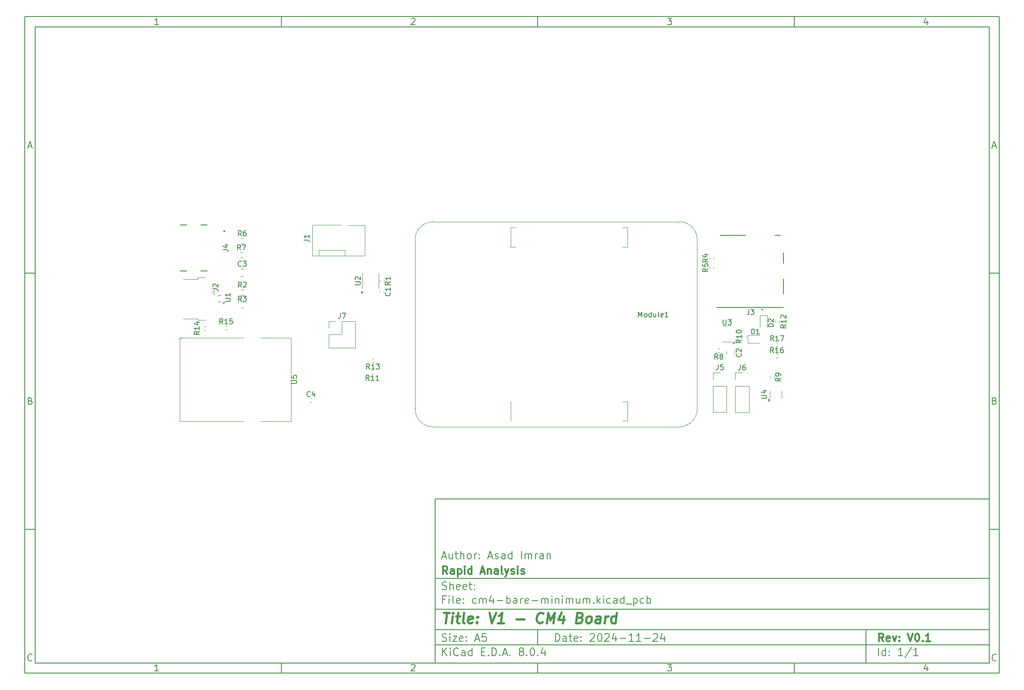
<source format=gbr>
%TF.GenerationSoftware,KiCad,Pcbnew,8.0.4*%
%TF.CreationDate,2024-11-24T10:16:15+11:00*%
%TF.ProjectId,cm4-bare-minimum,636d342d-6261-4726-952d-6d696e696d75,V0.1*%
%TF.SameCoordinates,Original*%
%TF.FileFunction,Legend,Top*%
%TF.FilePolarity,Positive*%
%FSLAX46Y46*%
G04 Gerber Fmt 4.6, Leading zero omitted, Abs format (unit mm)*
G04 Created by KiCad (PCBNEW 8.0.4) date 2024-11-24 10:16:15*
%MOMM*%
%LPD*%
G01*
G04 APERTURE LIST*
%ADD10C,0.100000*%
%ADD11C,0.150000*%
%ADD12C,0.300000*%
%ADD13C,0.400000*%
%ADD14C,0.120000*%
%ADD15C,0.200000*%
%ADD16C,0.127000*%
G04 APERTURE END LIST*
D10*
D11*
X90007200Y-104005800D02*
X198007200Y-104005800D01*
X198007200Y-136005800D01*
X90007200Y-136005800D01*
X90007200Y-104005800D01*
D10*
D11*
X10000000Y-10000000D02*
X200007200Y-10000000D01*
X200007200Y-138005800D01*
X10000000Y-138005800D01*
X10000000Y-10000000D01*
D10*
D11*
X12000000Y-12000000D02*
X198007200Y-12000000D01*
X198007200Y-136005800D01*
X12000000Y-136005800D01*
X12000000Y-12000000D01*
D10*
D11*
X60000000Y-12000000D02*
X60000000Y-10000000D01*
D10*
D11*
X110000000Y-12000000D02*
X110000000Y-10000000D01*
D10*
D11*
X160000000Y-12000000D02*
X160000000Y-10000000D01*
D10*
D11*
X36089160Y-11593604D02*
X35346303Y-11593604D01*
X35717731Y-11593604D02*
X35717731Y-10293604D01*
X35717731Y-10293604D02*
X35593922Y-10479319D01*
X35593922Y-10479319D02*
X35470112Y-10603128D01*
X35470112Y-10603128D02*
X35346303Y-10665033D01*
D10*
D11*
X85346303Y-10417414D02*
X85408207Y-10355509D01*
X85408207Y-10355509D02*
X85532017Y-10293604D01*
X85532017Y-10293604D02*
X85841541Y-10293604D01*
X85841541Y-10293604D02*
X85965350Y-10355509D01*
X85965350Y-10355509D02*
X86027255Y-10417414D01*
X86027255Y-10417414D02*
X86089160Y-10541223D01*
X86089160Y-10541223D02*
X86089160Y-10665033D01*
X86089160Y-10665033D02*
X86027255Y-10850747D01*
X86027255Y-10850747D02*
X85284398Y-11593604D01*
X85284398Y-11593604D02*
X86089160Y-11593604D01*
D10*
D11*
X135284398Y-10293604D02*
X136089160Y-10293604D01*
X136089160Y-10293604D02*
X135655826Y-10788842D01*
X135655826Y-10788842D02*
X135841541Y-10788842D01*
X135841541Y-10788842D02*
X135965350Y-10850747D01*
X135965350Y-10850747D02*
X136027255Y-10912652D01*
X136027255Y-10912652D02*
X136089160Y-11036461D01*
X136089160Y-11036461D02*
X136089160Y-11345985D01*
X136089160Y-11345985D02*
X136027255Y-11469795D01*
X136027255Y-11469795D02*
X135965350Y-11531700D01*
X135965350Y-11531700D02*
X135841541Y-11593604D01*
X135841541Y-11593604D02*
X135470112Y-11593604D01*
X135470112Y-11593604D02*
X135346303Y-11531700D01*
X135346303Y-11531700D02*
X135284398Y-11469795D01*
D10*
D11*
X185965350Y-10726938D02*
X185965350Y-11593604D01*
X185655826Y-10231700D02*
X185346303Y-11160271D01*
X185346303Y-11160271D02*
X186151064Y-11160271D01*
D10*
D11*
X60000000Y-136005800D02*
X60000000Y-138005800D01*
D10*
D11*
X110000000Y-136005800D02*
X110000000Y-138005800D01*
D10*
D11*
X160000000Y-136005800D02*
X160000000Y-138005800D01*
D10*
D11*
X36089160Y-137599404D02*
X35346303Y-137599404D01*
X35717731Y-137599404D02*
X35717731Y-136299404D01*
X35717731Y-136299404D02*
X35593922Y-136485119D01*
X35593922Y-136485119D02*
X35470112Y-136608928D01*
X35470112Y-136608928D02*
X35346303Y-136670833D01*
D10*
D11*
X85346303Y-136423214D02*
X85408207Y-136361309D01*
X85408207Y-136361309D02*
X85532017Y-136299404D01*
X85532017Y-136299404D02*
X85841541Y-136299404D01*
X85841541Y-136299404D02*
X85965350Y-136361309D01*
X85965350Y-136361309D02*
X86027255Y-136423214D01*
X86027255Y-136423214D02*
X86089160Y-136547023D01*
X86089160Y-136547023D02*
X86089160Y-136670833D01*
X86089160Y-136670833D02*
X86027255Y-136856547D01*
X86027255Y-136856547D02*
X85284398Y-137599404D01*
X85284398Y-137599404D02*
X86089160Y-137599404D01*
D10*
D11*
X135284398Y-136299404D02*
X136089160Y-136299404D01*
X136089160Y-136299404D02*
X135655826Y-136794642D01*
X135655826Y-136794642D02*
X135841541Y-136794642D01*
X135841541Y-136794642D02*
X135965350Y-136856547D01*
X135965350Y-136856547D02*
X136027255Y-136918452D01*
X136027255Y-136918452D02*
X136089160Y-137042261D01*
X136089160Y-137042261D02*
X136089160Y-137351785D01*
X136089160Y-137351785D02*
X136027255Y-137475595D01*
X136027255Y-137475595D02*
X135965350Y-137537500D01*
X135965350Y-137537500D02*
X135841541Y-137599404D01*
X135841541Y-137599404D02*
X135470112Y-137599404D01*
X135470112Y-137599404D02*
X135346303Y-137537500D01*
X135346303Y-137537500D02*
X135284398Y-137475595D01*
D10*
D11*
X185965350Y-136732738D02*
X185965350Y-137599404D01*
X185655826Y-136237500D02*
X185346303Y-137166071D01*
X185346303Y-137166071D02*
X186151064Y-137166071D01*
D10*
D11*
X10000000Y-60000000D02*
X12000000Y-60000000D01*
D10*
D11*
X10000000Y-110000000D02*
X12000000Y-110000000D01*
D10*
D11*
X10690476Y-35222176D02*
X11309523Y-35222176D01*
X10566666Y-35593604D02*
X10999999Y-34293604D01*
X10999999Y-34293604D02*
X11433333Y-35593604D01*
D10*
D11*
X11092857Y-84912652D02*
X11278571Y-84974557D01*
X11278571Y-84974557D02*
X11340476Y-85036461D01*
X11340476Y-85036461D02*
X11402380Y-85160271D01*
X11402380Y-85160271D02*
X11402380Y-85345985D01*
X11402380Y-85345985D02*
X11340476Y-85469795D01*
X11340476Y-85469795D02*
X11278571Y-85531700D01*
X11278571Y-85531700D02*
X11154761Y-85593604D01*
X11154761Y-85593604D02*
X10659523Y-85593604D01*
X10659523Y-85593604D02*
X10659523Y-84293604D01*
X10659523Y-84293604D02*
X11092857Y-84293604D01*
X11092857Y-84293604D02*
X11216666Y-84355509D01*
X11216666Y-84355509D02*
X11278571Y-84417414D01*
X11278571Y-84417414D02*
X11340476Y-84541223D01*
X11340476Y-84541223D02*
X11340476Y-84665033D01*
X11340476Y-84665033D02*
X11278571Y-84788842D01*
X11278571Y-84788842D02*
X11216666Y-84850747D01*
X11216666Y-84850747D02*
X11092857Y-84912652D01*
X11092857Y-84912652D02*
X10659523Y-84912652D01*
D10*
D11*
X11402380Y-135469795D02*
X11340476Y-135531700D01*
X11340476Y-135531700D02*
X11154761Y-135593604D01*
X11154761Y-135593604D02*
X11030952Y-135593604D01*
X11030952Y-135593604D02*
X10845238Y-135531700D01*
X10845238Y-135531700D02*
X10721428Y-135407890D01*
X10721428Y-135407890D02*
X10659523Y-135284080D01*
X10659523Y-135284080D02*
X10597619Y-135036461D01*
X10597619Y-135036461D02*
X10597619Y-134850747D01*
X10597619Y-134850747D02*
X10659523Y-134603128D01*
X10659523Y-134603128D02*
X10721428Y-134479319D01*
X10721428Y-134479319D02*
X10845238Y-134355509D01*
X10845238Y-134355509D02*
X11030952Y-134293604D01*
X11030952Y-134293604D02*
X11154761Y-134293604D01*
X11154761Y-134293604D02*
X11340476Y-134355509D01*
X11340476Y-134355509D02*
X11402380Y-134417414D01*
D10*
D11*
X200007200Y-60000000D02*
X198007200Y-60000000D01*
D10*
D11*
X200007200Y-110000000D02*
X198007200Y-110000000D01*
D10*
D11*
X198697676Y-35222176D02*
X199316723Y-35222176D01*
X198573866Y-35593604D02*
X199007199Y-34293604D01*
X199007199Y-34293604D02*
X199440533Y-35593604D01*
D10*
D11*
X199100057Y-84912652D02*
X199285771Y-84974557D01*
X199285771Y-84974557D02*
X199347676Y-85036461D01*
X199347676Y-85036461D02*
X199409580Y-85160271D01*
X199409580Y-85160271D02*
X199409580Y-85345985D01*
X199409580Y-85345985D02*
X199347676Y-85469795D01*
X199347676Y-85469795D02*
X199285771Y-85531700D01*
X199285771Y-85531700D02*
X199161961Y-85593604D01*
X199161961Y-85593604D02*
X198666723Y-85593604D01*
X198666723Y-85593604D02*
X198666723Y-84293604D01*
X198666723Y-84293604D02*
X199100057Y-84293604D01*
X199100057Y-84293604D02*
X199223866Y-84355509D01*
X199223866Y-84355509D02*
X199285771Y-84417414D01*
X199285771Y-84417414D02*
X199347676Y-84541223D01*
X199347676Y-84541223D02*
X199347676Y-84665033D01*
X199347676Y-84665033D02*
X199285771Y-84788842D01*
X199285771Y-84788842D02*
X199223866Y-84850747D01*
X199223866Y-84850747D02*
X199100057Y-84912652D01*
X199100057Y-84912652D02*
X198666723Y-84912652D01*
D10*
D11*
X199409580Y-135469795D02*
X199347676Y-135531700D01*
X199347676Y-135531700D02*
X199161961Y-135593604D01*
X199161961Y-135593604D02*
X199038152Y-135593604D01*
X199038152Y-135593604D02*
X198852438Y-135531700D01*
X198852438Y-135531700D02*
X198728628Y-135407890D01*
X198728628Y-135407890D02*
X198666723Y-135284080D01*
X198666723Y-135284080D02*
X198604819Y-135036461D01*
X198604819Y-135036461D02*
X198604819Y-134850747D01*
X198604819Y-134850747D02*
X198666723Y-134603128D01*
X198666723Y-134603128D02*
X198728628Y-134479319D01*
X198728628Y-134479319D02*
X198852438Y-134355509D01*
X198852438Y-134355509D02*
X199038152Y-134293604D01*
X199038152Y-134293604D02*
X199161961Y-134293604D01*
X199161961Y-134293604D02*
X199347676Y-134355509D01*
X199347676Y-134355509D02*
X199409580Y-134417414D01*
D10*
D11*
X113463026Y-131791928D02*
X113463026Y-130291928D01*
X113463026Y-130291928D02*
X113820169Y-130291928D01*
X113820169Y-130291928D02*
X114034455Y-130363357D01*
X114034455Y-130363357D02*
X114177312Y-130506214D01*
X114177312Y-130506214D02*
X114248741Y-130649071D01*
X114248741Y-130649071D02*
X114320169Y-130934785D01*
X114320169Y-130934785D02*
X114320169Y-131149071D01*
X114320169Y-131149071D02*
X114248741Y-131434785D01*
X114248741Y-131434785D02*
X114177312Y-131577642D01*
X114177312Y-131577642D02*
X114034455Y-131720500D01*
X114034455Y-131720500D02*
X113820169Y-131791928D01*
X113820169Y-131791928D02*
X113463026Y-131791928D01*
X115605884Y-131791928D02*
X115605884Y-131006214D01*
X115605884Y-131006214D02*
X115534455Y-130863357D01*
X115534455Y-130863357D02*
X115391598Y-130791928D01*
X115391598Y-130791928D02*
X115105884Y-130791928D01*
X115105884Y-130791928D02*
X114963026Y-130863357D01*
X115605884Y-131720500D02*
X115463026Y-131791928D01*
X115463026Y-131791928D02*
X115105884Y-131791928D01*
X115105884Y-131791928D02*
X114963026Y-131720500D01*
X114963026Y-131720500D02*
X114891598Y-131577642D01*
X114891598Y-131577642D02*
X114891598Y-131434785D01*
X114891598Y-131434785D02*
X114963026Y-131291928D01*
X114963026Y-131291928D02*
X115105884Y-131220500D01*
X115105884Y-131220500D02*
X115463026Y-131220500D01*
X115463026Y-131220500D02*
X115605884Y-131149071D01*
X116105884Y-130791928D02*
X116677312Y-130791928D01*
X116320169Y-130291928D02*
X116320169Y-131577642D01*
X116320169Y-131577642D02*
X116391598Y-131720500D01*
X116391598Y-131720500D02*
X116534455Y-131791928D01*
X116534455Y-131791928D02*
X116677312Y-131791928D01*
X117748741Y-131720500D02*
X117605884Y-131791928D01*
X117605884Y-131791928D02*
X117320170Y-131791928D01*
X117320170Y-131791928D02*
X117177312Y-131720500D01*
X117177312Y-131720500D02*
X117105884Y-131577642D01*
X117105884Y-131577642D02*
X117105884Y-131006214D01*
X117105884Y-131006214D02*
X117177312Y-130863357D01*
X117177312Y-130863357D02*
X117320170Y-130791928D01*
X117320170Y-130791928D02*
X117605884Y-130791928D01*
X117605884Y-130791928D02*
X117748741Y-130863357D01*
X117748741Y-130863357D02*
X117820170Y-131006214D01*
X117820170Y-131006214D02*
X117820170Y-131149071D01*
X117820170Y-131149071D02*
X117105884Y-131291928D01*
X118463026Y-131649071D02*
X118534455Y-131720500D01*
X118534455Y-131720500D02*
X118463026Y-131791928D01*
X118463026Y-131791928D02*
X118391598Y-131720500D01*
X118391598Y-131720500D02*
X118463026Y-131649071D01*
X118463026Y-131649071D02*
X118463026Y-131791928D01*
X118463026Y-130863357D02*
X118534455Y-130934785D01*
X118534455Y-130934785D02*
X118463026Y-131006214D01*
X118463026Y-131006214D02*
X118391598Y-130934785D01*
X118391598Y-130934785D02*
X118463026Y-130863357D01*
X118463026Y-130863357D02*
X118463026Y-131006214D01*
X120248741Y-130434785D02*
X120320169Y-130363357D01*
X120320169Y-130363357D02*
X120463027Y-130291928D01*
X120463027Y-130291928D02*
X120820169Y-130291928D01*
X120820169Y-130291928D02*
X120963027Y-130363357D01*
X120963027Y-130363357D02*
X121034455Y-130434785D01*
X121034455Y-130434785D02*
X121105884Y-130577642D01*
X121105884Y-130577642D02*
X121105884Y-130720500D01*
X121105884Y-130720500D02*
X121034455Y-130934785D01*
X121034455Y-130934785D02*
X120177312Y-131791928D01*
X120177312Y-131791928D02*
X121105884Y-131791928D01*
X122034455Y-130291928D02*
X122177312Y-130291928D01*
X122177312Y-130291928D02*
X122320169Y-130363357D01*
X122320169Y-130363357D02*
X122391598Y-130434785D01*
X122391598Y-130434785D02*
X122463026Y-130577642D01*
X122463026Y-130577642D02*
X122534455Y-130863357D01*
X122534455Y-130863357D02*
X122534455Y-131220500D01*
X122534455Y-131220500D02*
X122463026Y-131506214D01*
X122463026Y-131506214D02*
X122391598Y-131649071D01*
X122391598Y-131649071D02*
X122320169Y-131720500D01*
X122320169Y-131720500D02*
X122177312Y-131791928D01*
X122177312Y-131791928D02*
X122034455Y-131791928D01*
X122034455Y-131791928D02*
X121891598Y-131720500D01*
X121891598Y-131720500D02*
X121820169Y-131649071D01*
X121820169Y-131649071D02*
X121748740Y-131506214D01*
X121748740Y-131506214D02*
X121677312Y-131220500D01*
X121677312Y-131220500D02*
X121677312Y-130863357D01*
X121677312Y-130863357D02*
X121748740Y-130577642D01*
X121748740Y-130577642D02*
X121820169Y-130434785D01*
X121820169Y-130434785D02*
X121891598Y-130363357D01*
X121891598Y-130363357D02*
X122034455Y-130291928D01*
X123105883Y-130434785D02*
X123177311Y-130363357D01*
X123177311Y-130363357D02*
X123320169Y-130291928D01*
X123320169Y-130291928D02*
X123677311Y-130291928D01*
X123677311Y-130291928D02*
X123820169Y-130363357D01*
X123820169Y-130363357D02*
X123891597Y-130434785D01*
X123891597Y-130434785D02*
X123963026Y-130577642D01*
X123963026Y-130577642D02*
X123963026Y-130720500D01*
X123963026Y-130720500D02*
X123891597Y-130934785D01*
X123891597Y-130934785D02*
X123034454Y-131791928D01*
X123034454Y-131791928D02*
X123963026Y-131791928D01*
X125248740Y-130791928D02*
X125248740Y-131791928D01*
X124891597Y-130220500D02*
X124534454Y-131291928D01*
X124534454Y-131291928D02*
X125463025Y-131291928D01*
X126034453Y-131220500D02*
X127177311Y-131220500D01*
X128677311Y-131791928D02*
X127820168Y-131791928D01*
X128248739Y-131791928D02*
X128248739Y-130291928D01*
X128248739Y-130291928D02*
X128105882Y-130506214D01*
X128105882Y-130506214D02*
X127963025Y-130649071D01*
X127963025Y-130649071D02*
X127820168Y-130720500D01*
X130105882Y-131791928D02*
X129248739Y-131791928D01*
X129677310Y-131791928D02*
X129677310Y-130291928D01*
X129677310Y-130291928D02*
X129534453Y-130506214D01*
X129534453Y-130506214D02*
X129391596Y-130649071D01*
X129391596Y-130649071D02*
X129248739Y-130720500D01*
X130748738Y-131220500D02*
X131891596Y-131220500D01*
X132534453Y-130434785D02*
X132605881Y-130363357D01*
X132605881Y-130363357D02*
X132748739Y-130291928D01*
X132748739Y-130291928D02*
X133105881Y-130291928D01*
X133105881Y-130291928D02*
X133248739Y-130363357D01*
X133248739Y-130363357D02*
X133320167Y-130434785D01*
X133320167Y-130434785D02*
X133391596Y-130577642D01*
X133391596Y-130577642D02*
X133391596Y-130720500D01*
X133391596Y-130720500D02*
X133320167Y-130934785D01*
X133320167Y-130934785D02*
X132463024Y-131791928D01*
X132463024Y-131791928D02*
X133391596Y-131791928D01*
X134677310Y-130791928D02*
X134677310Y-131791928D01*
X134320167Y-130220500D02*
X133963024Y-131291928D01*
X133963024Y-131291928D02*
X134891595Y-131291928D01*
D10*
D11*
X90007200Y-132505800D02*
X198007200Y-132505800D01*
D10*
D11*
X91463026Y-134591928D02*
X91463026Y-133091928D01*
X92320169Y-134591928D02*
X91677312Y-133734785D01*
X92320169Y-133091928D02*
X91463026Y-133949071D01*
X92963026Y-134591928D02*
X92963026Y-133591928D01*
X92963026Y-133091928D02*
X92891598Y-133163357D01*
X92891598Y-133163357D02*
X92963026Y-133234785D01*
X92963026Y-133234785D02*
X93034455Y-133163357D01*
X93034455Y-133163357D02*
X92963026Y-133091928D01*
X92963026Y-133091928D02*
X92963026Y-133234785D01*
X94534455Y-134449071D02*
X94463027Y-134520500D01*
X94463027Y-134520500D02*
X94248741Y-134591928D01*
X94248741Y-134591928D02*
X94105884Y-134591928D01*
X94105884Y-134591928D02*
X93891598Y-134520500D01*
X93891598Y-134520500D02*
X93748741Y-134377642D01*
X93748741Y-134377642D02*
X93677312Y-134234785D01*
X93677312Y-134234785D02*
X93605884Y-133949071D01*
X93605884Y-133949071D02*
X93605884Y-133734785D01*
X93605884Y-133734785D02*
X93677312Y-133449071D01*
X93677312Y-133449071D02*
X93748741Y-133306214D01*
X93748741Y-133306214D02*
X93891598Y-133163357D01*
X93891598Y-133163357D02*
X94105884Y-133091928D01*
X94105884Y-133091928D02*
X94248741Y-133091928D01*
X94248741Y-133091928D02*
X94463027Y-133163357D01*
X94463027Y-133163357D02*
X94534455Y-133234785D01*
X95820170Y-134591928D02*
X95820170Y-133806214D01*
X95820170Y-133806214D02*
X95748741Y-133663357D01*
X95748741Y-133663357D02*
X95605884Y-133591928D01*
X95605884Y-133591928D02*
X95320170Y-133591928D01*
X95320170Y-133591928D02*
X95177312Y-133663357D01*
X95820170Y-134520500D02*
X95677312Y-134591928D01*
X95677312Y-134591928D02*
X95320170Y-134591928D01*
X95320170Y-134591928D02*
X95177312Y-134520500D01*
X95177312Y-134520500D02*
X95105884Y-134377642D01*
X95105884Y-134377642D02*
X95105884Y-134234785D01*
X95105884Y-134234785D02*
X95177312Y-134091928D01*
X95177312Y-134091928D02*
X95320170Y-134020500D01*
X95320170Y-134020500D02*
X95677312Y-134020500D01*
X95677312Y-134020500D02*
X95820170Y-133949071D01*
X97177313Y-134591928D02*
X97177313Y-133091928D01*
X97177313Y-134520500D02*
X97034455Y-134591928D01*
X97034455Y-134591928D02*
X96748741Y-134591928D01*
X96748741Y-134591928D02*
X96605884Y-134520500D01*
X96605884Y-134520500D02*
X96534455Y-134449071D01*
X96534455Y-134449071D02*
X96463027Y-134306214D01*
X96463027Y-134306214D02*
X96463027Y-133877642D01*
X96463027Y-133877642D02*
X96534455Y-133734785D01*
X96534455Y-133734785D02*
X96605884Y-133663357D01*
X96605884Y-133663357D02*
X96748741Y-133591928D01*
X96748741Y-133591928D02*
X97034455Y-133591928D01*
X97034455Y-133591928D02*
X97177313Y-133663357D01*
X99034455Y-133806214D02*
X99534455Y-133806214D01*
X99748741Y-134591928D02*
X99034455Y-134591928D01*
X99034455Y-134591928D02*
X99034455Y-133091928D01*
X99034455Y-133091928D02*
X99748741Y-133091928D01*
X100391598Y-134449071D02*
X100463027Y-134520500D01*
X100463027Y-134520500D02*
X100391598Y-134591928D01*
X100391598Y-134591928D02*
X100320170Y-134520500D01*
X100320170Y-134520500D02*
X100391598Y-134449071D01*
X100391598Y-134449071D02*
X100391598Y-134591928D01*
X101105884Y-134591928D02*
X101105884Y-133091928D01*
X101105884Y-133091928D02*
X101463027Y-133091928D01*
X101463027Y-133091928D02*
X101677313Y-133163357D01*
X101677313Y-133163357D02*
X101820170Y-133306214D01*
X101820170Y-133306214D02*
X101891599Y-133449071D01*
X101891599Y-133449071D02*
X101963027Y-133734785D01*
X101963027Y-133734785D02*
X101963027Y-133949071D01*
X101963027Y-133949071D02*
X101891599Y-134234785D01*
X101891599Y-134234785D02*
X101820170Y-134377642D01*
X101820170Y-134377642D02*
X101677313Y-134520500D01*
X101677313Y-134520500D02*
X101463027Y-134591928D01*
X101463027Y-134591928D02*
X101105884Y-134591928D01*
X102605884Y-134449071D02*
X102677313Y-134520500D01*
X102677313Y-134520500D02*
X102605884Y-134591928D01*
X102605884Y-134591928D02*
X102534456Y-134520500D01*
X102534456Y-134520500D02*
X102605884Y-134449071D01*
X102605884Y-134449071D02*
X102605884Y-134591928D01*
X103248742Y-134163357D02*
X103963028Y-134163357D01*
X103105885Y-134591928D02*
X103605885Y-133091928D01*
X103605885Y-133091928D02*
X104105885Y-134591928D01*
X104605884Y-134449071D02*
X104677313Y-134520500D01*
X104677313Y-134520500D02*
X104605884Y-134591928D01*
X104605884Y-134591928D02*
X104534456Y-134520500D01*
X104534456Y-134520500D02*
X104605884Y-134449071D01*
X104605884Y-134449071D02*
X104605884Y-134591928D01*
X106677313Y-133734785D02*
X106534456Y-133663357D01*
X106534456Y-133663357D02*
X106463027Y-133591928D01*
X106463027Y-133591928D02*
X106391599Y-133449071D01*
X106391599Y-133449071D02*
X106391599Y-133377642D01*
X106391599Y-133377642D02*
X106463027Y-133234785D01*
X106463027Y-133234785D02*
X106534456Y-133163357D01*
X106534456Y-133163357D02*
X106677313Y-133091928D01*
X106677313Y-133091928D02*
X106963027Y-133091928D01*
X106963027Y-133091928D02*
X107105885Y-133163357D01*
X107105885Y-133163357D02*
X107177313Y-133234785D01*
X107177313Y-133234785D02*
X107248742Y-133377642D01*
X107248742Y-133377642D02*
X107248742Y-133449071D01*
X107248742Y-133449071D02*
X107177313Y-133591928D01*
X107177313Y-133591928D02*
X107105885Y-133663357D01*
X107105885Y-133663357D02*
X106963027Y-133734785D01*
X106963027Y-133734785D02*
X106677313Y-133734785D01*
X106677313Y-133734785D02*
X106534456Y-133806214D01*
X106534456Y-133806214D02*
X106463027Y-133877642D01*
X106463027Y-133877642D02*
X106391599Y-134020500D01*
X106391599Y-134020500D02*
X106391599Y-134306214D01*
X106391599Y-134306214D02*
X106463027Y-134449071D01*
X106463027Y-134449071D02*
X106534456Y-134520500D01*
X106534456Y-134520500D02*
X106677313Y-134591928D01*
X106677313Y-134591928D02*
X106963027Y-134591928D01*
X106963027Y-134591928D02*
X107105885Y-134520500D01*
X107105885Y-134520500D02*
X107177313Y-134449071D01*
X107177313Y-134449071D02*
X107248742Y-134306214D01*
X107248742Y-134306214D02*
X107248742Y-134020500D01*
X107248742Y-134020500D02*
X107177313Y-133877642D01*
X107177313Y-133877642D02*
X107105885Y-133806214D01*
X107105885Y-133806214D02*
X106963027Y-133734785D01*
X107891598Y-134449071D02*
X107963027Y-134520500D01*
X107963027Y-134520500D02*
X107891598Y-134591928D01*
X107891598Y-134591928D02*
X107820170Y-134520500D01*
X107820170Y-134520500D02*
X107891598Y-134449071D01*
X107891598Y-134449071D02*
X107891598Y-134591928D01*
X108891599Y-133091928D02*
X109034456Y-133091928D01*
X109034456Y-133091928D02*
X109177313Y-133163357D01*
X109177313Y-133163357D02*
X109248742Y-133234785D01*
X109248742Y-133234785D02*
X109320170Y-133377642D01*
X109320170Y-133377642D02*
X109391599Y-133663357D01*
X109391599Y-133663357D02*
X109391599Y-134020500D01*
X109391599Y-134020500D02*
X109320170Y-134306214D01*
X109320170Y-134306214D02*
X109248742Y-134449071D01*
X109248742Y-134449071D02*
X109177313Y-134520500D01*
X109177313Y-134520500D02*
X109034456Y-134591928D01*
X109034456Y-134591928D02*
X108891599Y-134591928D01*
X108891599Y-134591928D02*
X108748742Y-134520500D01*
X108748742Y-134520500D02*
X108677313Y-134449071D01*
X108677313Y-134449071D02*
X108605884Y-134306214D01*
X108605884Y-134306214D02*
X108534456Y-134020500D01*
X108534456Y-134020500D02*
X108534456Y-133663357D01*
X108534456Y-133663357D02*
X108605884Y-133377642D01*
X108605884Y-133377642D02*
X108677313Y-133234785D01*
X108677313Y-133234785D02*
X108748742Y-133163357D01*
X108748742Y-133163357D02*
X108891599Y-133091928D01*
X110034455Y-134449071D02*
X110105884Y-134520500D01*
X110105884Y-134520500D02*
X110034455Y-134591928D01*
X110034455Y-134591928D02*
X109963027Y-134520500D01*
X109963027Y-134520500D02*
X110034455Y-134449071D01*
X110034455Y-134449071D02*
X110034455Y-134591928D01*
X111391599Y-133591928D02*
X111391599Y-134591928D01*
X111034456Y-133020500D02*
X110677313Y-134091928D01*
X110677313Y-134091928D02*
X111605884Y-134091928D01*
D10*
D11*
X90007200Y-129505800D02*
X198007200Y-129505800D01*
D10*
D12*
X177418853Y-131784128D02*
X176918853Y-131069842D01*
X176561710Y-131784128D02*
X176561710Y-130284128D01*
X176561710Y-130284128D02*
X177133139Y-130284128D01*
X177133139Y-130284128D02*
X177275996Y-130355557D01*
X177275996Y-130355557D02*
X177347425Y-130426985D01*
X177347425Y-130426985D02*
X177418853Y-130569842D01*
X177418853Y-130569842D02*
X177418853Y-130784128D01*
X177418853Y-130784128D02*
X177347425Y-130926985D01*
X177347425Y-130926985D02*
X177275996Y-130998414D01*
X177275996Y-130998414D02*
X177133139Y-131069842D01*
X177133139Y-131069842D02*
X176561710Y-131069842D01*
X178633139Y-131712700D02*
X178490282Y-131784128D01*
X178490282Y-131784128D02*
X178204568Y-131784128D01*
X178204568Y-131784128D02*
X178061710Y-131712700D01*
X178061710Y-131712700D02*
X177990282Y-131569842D01*
X177990282Y-131569842D02*
X177990282Y-130998414D01*
X177990282Y-130998414D02*
X178061710Y-130855557D01*
X178061710Y-130855557D02*
X178204568Y-130784128D01*
X178204568Y-130784128D02*
X178490282Y-130784128D01*
X178490282Y-130784128D02*
X178633139Y-130855557D01*
X178633139Y-130855557D02*
X178704568Y-130998414D01*
X178704568Y-130998414D02*
X178704568Y-131141271D01*
X178704568Y-131141271D02*
X177990282Y-131284128D01*
X179204567Y-130784128D02*
X179561710Y-131784128D01*
X179561710Y-131784128D02*
X179918853Y-130784128D01*
X180490281Y-131641271D02*
X180561710Y-131712700D01*
X180561710Y-131712700D02*
X180490281Y-131784128D01*
X180490281Y-131784128D02*
X180418853Y-131712700D01*
X180418853Y-131712700D02*
X180490281Y-131641271D01*
X180490281Y-131641271D02*
X180490281Y-131784128D01*
X180490281Y-130855557D02*
X180561710Y-130926985D01*
X180561710Y-130926985D02*
X180490281Y-130998414D01*
X180490281Y-130998414D02*
X180418853Y-130926985D01*
X180418853Y-130926985D02*
X180490281Y-130855557D01*
X180490281Y-130855557D02*
X180490281Y-130998414D01*
X182133139Y-130284128D02*
X182633139Y-131784128D01*
X182633139Y-131784128D02*
X183133139Y-130284128D01*
X183918853Y-130284128D02*
X184061710Y-130284128D01*
X184061710Y-130284128D02*
X184204567Y-130355557D01*
X184204567Y-130355557D02*
X184275996Y-130426985D01*
X184275996Y-130426985D02*
X184347424Y-130569842D01*
X184347424Y-130569842D02*
X184418853Y-130855557D01*
X184418853Y-130855557D02*
X184418853Y-131212700D01*
X184418853Y-131212700D02*
X184347424Y-131498414D01*
X184347424Y-131498414D02*
X184275996Y-131641271D01*
X184275996Y-131641271D02*
X184204567Y-131712700D01*
X184204567Y-131712700D02*
X184061710Y-131784128D01*
X184061710Y-131784128D02*
X183918853Y-131784128D01*
X183918853Y-131784128D02*
X183775996Y-131712700D01*
X183775996Y-131712700D02*
X183704567Y-131641271D01*
X183704567Y-131641271D02*
X183633138Y-131498414D01*
X183633138Y-131498414D02*
X183561710Y-131212700D01*
X183561710Y-131212700D02*
X183561710Y-130855557D01*
X183561710Y-130855557D02*
X183633138Y-130569842D01*
X183633138Y-130569842D02*
X183704567Y-130426985D01*
X183704567Y-130426985D02*
X183775996Y-130355557D01*
X183775996Y-130355557D02*
X183918853Y-130284128D01*
X185061709Y-131641271D02*
X185133138Y-131712700D01*
X185133138Y-131712700D02*
X185061709Y-131784128D01*
X185061709Y-131784128D02*
X184990281Y-131712700D01*
X184990281Y-131712700D02*
X185061709Y-131641271D01*
X185061709Y-131641271D02*
X185061709Y-131784128D01*
X186561710Y-131784128D02*
X185704567Y-131784128D01*
X186133138Y-131784128D02*
X186133138Y-130284128D01*
X186133138Y-130284128D02*
X185990281Y-130498414D01*
X185990281Y-130498414D02*
X185847424Y-130641271D01*
X185847424Y-130641271D02*
X185704567Y-130712700D01*
D10*
D11*
X91391598Y-131720500D02*
X91605884Y-131791928D01*
X91605884Y-131791928D02*
X91963026Y-131791928D01*
X91963026Y-131791928D02*
X92105884Y-131720500D01*
X92105884Y-131720500D02*
X92177312Y-131649071D01*
X92177312Y-131649071D02*
X92248741Y-131506214D01*
X92248741Y-131506214D02*
X92248741Y-131363357D01*
X92248741Y-131363357D02*
X92177312Y-131220500D01*
X92177312Y-131220500D02*
X92105884Y-131149071D01*
X92105884Y-131149071D02*
X91963026Y-131077642D01*
X91963026Y-131077642D02*
X91677312Y-131006214D01*
X91677312Y-131006214D02*
X91534455Y-130934785D01*
X91534455Y-130934785D02*
X91463026Y-130863357D01*
X91463026Y-130863357D02*
X91391598Y-130720500D01*
X91391598Y-130720500D02*
X91391598Y-130577642D01*
X91391598Y-130577642D02*
X91463026Y-130434785D01*
X91463026Y-130434785D02*
X91534455Y-130363357D01*
X91534455Y-130363357D02*
X91677312Y-130291928D01*
X91677312Y-130291928D02*
X92034455Y-130291928D01*
X92034455Y-130291928D02*
X92248741Y-130363357D01*
X92891597Y-131791928D02*
X92891597Y-130791928D01*
X92891597Y-130291928D02*
X92820169Y-130363357D01*
X92820169Y-130363357D02*
X92891597Y-130434785D01*
X92891597Y-130434785D02*
X92963026Y-130363357D01*
X92963026Y-130363357D02*
X92891597Y-130291928D01*
X92891597Y-130291928D02*
X92891597Y-130434785D01*
X93463026Y-130791928D02*
X94248741Y-130791928D01*
X94248741Y-130791928D02*
X93463026Y-131791928D01*
X93463026Y-131791928D02*
X94248741Y-131791928D01*
X95391598Y-131720500D02*
X95248741Y-131791928D01*
X95248741Y-131791928D02*
X94963027Y-131791928D01*
X94963027Y-131791928D02*
X94820169Y-131720500D01*
X94820169Y-131720500D02*
X94748741Y-131577642D01*
X94748741Y-131577642D02*
X94748741Y-131006214D01*
X94748741Y-131006214D02*
X94820169Y-130863357D01*
X94820169Y-130863357D02*
X94963027Y-130791928D01*
X94963027Y-130791928D02*
X95248741Y-130791928D01*
X95248741Y-130791928D02*
X95391598Y-130863357D01*
X95391598Y-130863357D02*
X95463027Y-131006214D01*
X95463027Y-131006214D02*
X95463027Y-131149071D01*
X95463027Y-131149071D02*
X94748741Y-131291928D01*
X96105883Y-131649071D02*
X96177312Y-131720500D01*
X96177312Y-131720500D02*
X96105883Y-131791928D01*
X96105883Y-131791928D02*
X96034455Y-131720500D01*
X96034455Y-131720500D02*
X96105883Y-131649071D01*
X96105883Y-131649071D02*
X96105883Y-131791928D01*
X96105883Y-130863357D02*
X96177312Y-130934785D01*
X96177312Y-130934785D02*
X96105883Y-131006214D01*
X96105883Y-131006214D02*
X96034455Y-130934785D01*
X96034455Y-130934785D02*
X96105883Y-130863357D01*
X96105883Y-130863357D02*
X96105883Y-131006214D01*
X97891598Y-131363357D02*
X98605884Y-131363357D01*
X97748741Y-131791928D02*
X98248741Y-130291928D01*
X98248741Y-130291928D02*
X98748741Y-131791928D01*
X99963026Y-130291928D02*
X99248740Y-130291928D01*
X99248740Y-130291928D02*
X99177312Y-131006214D01*
X99177312Y-131006214D02*
X99248740Y-130934785D01*
X99248740Y-130934785D02*
X99391598Y-130863357D01*
X99391598Y-130863357D02*
X99748740Y-130863357D01*
X99748740Y-130863357D02*
X99891598Y-130934785D01*
X99891598Y-130934785D02*
X99963026Y-131006214D01*
X99963026Y-131006214D02*
X100034455Y-131149071D01*
X100034455Y-131149071D02*
X100034455Y-131506214D01*
X100034455Y-131506214D02*
X99963026Y-131649071D01*
X99963026Y-131649071D02*
X99891598Y-131720500D01*
X99891598Y-131720500D02*
X99748740Y-131791928D01*
X99748740Y-131791928D02*
X99391598Y-131791928D01*
X99391598Y-131791928D02*
X99248740Y-131720500D01*
X99248740Y-131720500D02*
X99177312Y-131649071D01*
D10*
D11*
X176463026Y-134591928D02*
X176463026Y-133091928D01*
X177820170Y-134591928D02*
X177820170Y-133091928D01*
X177820170Y-134520500D02*
X177677312Y-134591928D01*
X177677312Y-134591928D02*
X177391598Y-134591928D01*
X177391598Y-134591928D02*
X177248741Y-134520500D01*
X177248741Y-134520500D02*
X177177312Y-134449071D01*
X177177312Y-134449071D02*
X177105884Y-134306214D01*
X177105884Y-134306214D02*
X177105884Y-133877642D01*
X177105884Y-133877642D02*
X177177312Y-133734785D01*
X177177312Y-133734785D02*
X177248741Y-133663357D01*
X177248741Y-133663357D02*
X177391598Y-133591928D01*
X177391598Y-133591928D02*
X177677312Y-133591928D01*
X177677312Y-133591928D02*
X177820170Y-133663357D01*
X178534455Y-134449071D02*
X178605884Y-134520500D01*
X178605884Y-134520500D02*
X178534455Y-134591928D01*
X178534455Y-134591928D02*
X178463027Y-134520500D01*
X178463027Y-134520500D02*
X178534455Y-134449071D01*
X178534455Y-134449071D02*
X178534455Y-134591928D01*
X178534455Y-133663357D02*
X178605884Y-133734785D01*
X178605884Y-133734785D02*
X178534455Y-133806214D01*
X178534455Y-133806214D02*
X178463027Y-133734785D01*
X178463027Y-133734785D02*
X178534455Y-133663357D01*
X178534455Y-133663357D02*
X178534455Y-133806214D01*
X181177313Y-134591928D02*
X180320170Y-134591928D01*
X180748741Y-134591928D02*
X180748741Y-133091928D01*
X180748741Y-133091928D02*
X180605884Y-133306214D01*
X180605884Y-133306214D02*
X180463027Y-133449071D01*
X180463027Y-133449071D02*
X180320170Y-133520500D01*
X182891598Y-133020500D02*
X181605884Y-134949071D01*
X184177313Y-134591928D02*
X183320170Y-134591928D01*
X183748741Y-134591928D02*
X183748741Y-133091928D01*
X183748741Y-133091928D02*
X183605884Y-133306214D01*
X183605884Y-133306214D02*
X183463027Y-133449071D01*
X183463027Y-133449071D02*
X183320170Y-133520500D01*
D10*
D11*
X90007200Y-125505800D02*
X198007200Y-125505800D01*
D10*
D13*
X91698928Y-126210238D02*
X92841785Y-126210238D01*
X92020357Y-128210238D02*
X92270357Y-126210238D01*
X93258452Y-128210238D02*
X93425119Y-126876904D01*
X93508452Y-126210238D02*
X93401309Y-126305476D01*
X93401309Y-126305476D02*
X93484643Y-126400714D01*
X93484643Y-126400714D02*
X93591786Y-126305476D01*
X93591786Y-126305476D02*
X93508452Y-126210238D01*
X93508452Y-126210238D02*
X93484643Y-126400714D01*
X94091786Y-126876904D02*
X94853690Y-126876904D01*
X94460833Y-126210238D02*
X94246548Y-127924523D01*
X94246548Y-127924523D02*
X94317976Y-128115000D01*
X94317976Y-128115000D02*
X94496548Y-128210238D01*
X94496548Y-128210238D02*
X94687024Y-128210238D01*
X95639405Y-128210238D02*
X95460833Y-128115000D01*
X95460833Y-128115000D02*
X95389405Y-127924523D01*
X95389405Y-127924523D02*
X95603690Y-126210238D01*
X97175119Y-128115000D02*
X96972738Y-128210238D01*
X96972738Y-128210238D02*
X96591785Y-128210238D01*
X96591785Y-128210238D02*
X96413214Y-128115000D01*
X96413214Y-128115000D02*
X96341785Y-127924523D01*
X96341785Y-127924523D02*
X96437024Y-127162619D01*
X96437024Y-127162619D02*
X96556071Y-126972142D01*
X96556071Y-126972142D02*
X96758452Y-126876904D01*
X96758452Y-126876904D02*
X97139404Y-126876904D01*
X97139404Y-126876904D02*
X97317976Y-126972142D01*
X97317976Y-126972142D02*
X97389404Y-127162619D01*
X97389404Y-127162619D02*
X97365595Y-127353095D01*
X97365595Y-127353095D02*
X96389404Y-127543571D01*
X98139405Y-128019761D02*
X98222738Y-128115000D01*
X98222738Y-128115000D02*
X98115595Y-128210238D01*
X98115595Y-128210238D02*
X98032262Y-128115000D01*
X98032262Y-128115000D02*
X98139405Y-128019761D01*
X98139405Y-128019761D02*
X98115595Y-128210238D01*
X98270357Y-126972142D02*
X98353690Y-127067380D01*
X98353690Y-127067380D02*
X98246548Y-127162619D01*
X98246548Y-127162619D02*
X98163214Y-127067380D01*
X98163214Y-127067380D02*
X98270357Y-126972142D01*
X98270357Y-126972142D02*
X98246548Y-127162619D01*
X100556072Y-126210238D02*
X100972739Y-128210238D01*
X100972739Y-128210238D02*
X101889405Y-126210238D01*
X103353691Y-128210238D02*
X102210834Y-128210238D01*
X102782263Y-128210238D02*
X103032263Y-126210238D01*
X103032263Y-126210238D02*
X102806072Y-126495952D01*
X102806072Y-126495952D02*
X102591787Y-126686428D01*
X102591787Y-126686428D02*
X102389406Y-126781666D01*
X105829882Y-127448333D02*
X107353692Y-127448333D01*
X110901311Y-128019761D02*
X110794168Y-128115000D01*
X110794168Y-128115000D02*
X110496549Y-128210238D01*
X110496549Y-128210238D02*
X110306073Y-128210238D01*
X110306073Y-128210238D02*
X110032263Y-128115000D01*
X110032263Y-128115000D02*
X109865597Y-127924523D01*
X109865597Y-127924523D02*
X109794168Y-127734047D01*
X109794168Y-127734047D02*
X109746549Y-127353095D01*
X109746549Y-127353095D02*
X109782263Y-127067380D01*
X109782263Y-127067380D02*
X109925120Y-126686428D01*
X109925120Y-126686428D02*
X110044168Y-126495952D01*
X110044168Y-126495952D02*
X110258454Y-126305476D01*
X110258454Y-126305476D02*
X110556073Y-126210238D01*
X110556073Y-126210238D02*
X110746549Y-126210238D01*
X110746549Y-126210238D02*
X111020359Y-126305476D01*
X111020359Y-126305476D02*
X111103692Y-126400714D01*
X111734644Y-128210238D02*
X111984644Y-126210238D01*
X111984644Y-126210238D02*
X112472739Y-127638809D01*
X112472739Y-127638809D02*
X113317978Y-126210238D01*
X113317978Y-126210238D02*
X113067978Y-128210238D01*
X115044168Y-126876904D02*
X114877501Y-128210238D01*
X114663215Y-126115000D02*
X114008453Y-127543571D01*
X114008453Y-127543571D02*
X115246549Y-127543571D01*
X118246549Y-127162619D02*
X118520359Y-127257857D01*
X118520359Y-127257857D02*
X118603692Y-127353095D01*
X118603692Y-127353095D02*
X118675121Y-127543571D01*
X118675121Y-127543571D02*
X118639406Y-127829285D01*
X118639406Y-127829285D02*
X118520359Y-128019761D01*
X118520359Y-128019761D02*
X118413216Y-128115000D01*
X118413216Y-128115000D02*
X118210835Y-128210238D01*
X118210835Y-128210238D02*
X117448930Y-128210238D01*
X117448930Y-128210238D02*
X117698930Y-126210238D01*
X117698930Y-126210238D02*
X118365597Y-126210238D01*
X118365597Y-126210238D02*
X118544168Y-126305476D01*
X118544168Y-126305476D02*
X118627502Y-126400714D01*
X118627502Y-126400714D02*
X118698930Y-126591190D01*
X118698930Y-126591190D02*
X118675121Y-126781666D01*
X118675121Y-126781666D02*
X118556073Y-126972142D01*
X118556073Y-126972142D02*
X118448930Y-127067380D01*
X118448930Y-127067380D02*
X118246549Y-127162619D01*
X118246549Y-127162619D02*
X117579883Y-127162619D01*
X119734645Y-128210238D02*
X119556073Y-128115000D01*
X119556073Y-128115000D02*
X119472740Y-128019761D01*
X119472740Y-128019761D02*
X119401311Y-127829285D01*
X119401311Y-127829285D02*
X119472740Y-127257857D01*
X119472740Y-127257857D02*
X119591787Y-127067380D01*
X119591787Y-127067380D02*
X119698930Y-126972142D01*
X119698930Y-126972142D02*
X119901311Y-126876904D01*
X119901311Y-126876904D02*
X120187025Y-126876904D01*
X120187025Y-126876904D02*
X120365597Y-126972142D01*
X120365597Y-126972142D02*
X120448930Y-127067380D01*
X120448930Y-127067380D02*
X120520359Y-127257857D01*
X120520359Y-127257857D02*
X120448930Y-127829285D01*
X120448930Y-127829285D02*
X120329883Y-128019761D01*
X120329883Y-128019761D02*
X120222740Y-128115000D01*
X120222740Y-128115000D02*
X120020359Y-128210238D01*
X120020359Y-128210238D02*
X119734645Y-128210238D01*
X122115597Y-128210238D02*
X122246549Y-127162619D01*
X122246549Y-127162619D02*
X122175121Y-126972142D01*
X122175121Y-126972142D02*
X121996549Y-126876904D01*
X121996549Y-126876904D02*
X121615597Y-126876904D01*
X121615597Y-126876904D02*
X121413216Y-126972142D01*
X122127502Y-128115000D02*
X121925121Y-128210238D01*
X121925121Y-128210238D02*
X121448930Y-128210238D01*
X121448930Y-128210238D02*
X121270359Y-128115000D01*
X121270359Y-128115000D02*
X121198930Y-127924523D01*
X121198930Y-127924523D02*
X121222740Y-127734047D01*
X121222740Y-127734047D02*
X121341788Y-127543571D01*
X121341788Y-127543571D02*
X121544169Y-127448333D01*
X121544169Y-127448333D02*
X122020359Y-127448333D01*
X122020359Y-127448333D02*
X122222740Y-127353095D01*
X123067978Y-128210238D02*
X123234645Y-126876904D01*
X123187026Y-127257857D02*
X123306073Y-127067380D01*
X123306073Y-127067380D02*
X123413216Y-126972142D01*
X123413216Y-126972142D02*
X123615597Y-126876904D01*
X123615597Y-126876904D02*
X123806073Y-126876904D01*
X125163216Y-128210238D02*
X125413216Y-126210238D01*
X125175121Y-128115000D02*
X124972740Y-128210238D01*
X124972740Y-128210238D02*
X124591788Y-128210238D01*
X124591788Y-128210238D02*
X124413216Y-128115000D01*
X124413216Y-128115000D02*
X124329883Y-128019761D01*
X124329883Y-128019761D02*
X124258454Y-127829285D01*
X124258454Y-127829285D02*
X124329883Y-127257857D01*
X124329883Y-127257857D02*
X124448930Y-127067380D01*
X124448930Y-127067380D02*
X124556073Y-126972142D01*
X124556073Y-126972142D02*
X124758454Y-126876904D01*
X124758454Y-126876904D02*
X125139407Y-126876904D01*
X125139407Y-126876904D02*
X125317978Y-126972142D01*
D10*
D11*
X91963026Y-123606214D02*
X91463026Y-123606214D01*
X91463026Y-124391928D02*
X91463026Y-122891928D01*
X91463026Y-122891928D02*
X92177312Y-122891928D01*
X92748740Y-124391928D02*
X92748740Y-123391928D01*
X92748740Y-122891928D02*
X92677312Y-122963357D01*
X92677312Y-122963357D02*
X92748740Y-123034785D01*
X92748740Y-123034785D02*
X92820169Y-122963357D01*
X92820169Y-122963357D02*
X92748740Y-122891928D01*
X92748740Y-122891928D02*
X92748740Y-123034785D01*
X93677312Y-124391928D02*
X93534455Y-124320500D01*
X93534455Y-124320500D02*
X93463026Y-124177642D01*
X93463026Y-124177642D02*
X93463026Y-122891928D01*
X94820169Y-124320500D02*
X94677312Y-124391928D01*
X94677312Y-124391928D02*
X94391598Y-124391928D01*
X94391598Y-124391928D02*
X94248740Y-124320500D01*
X94248740Y-124320500D02*
X94177312Y-124177642D01*
X94177312Y-124177642D02*
X94177312Y-123606214D01*
X94177312Y-123606214D02*
X94248740Y-123463357D01*
X94248740Y-123463357D02*
X94391598Y-123391928D01*
X94391598Y-123391928D02*
X94677312Y-123391928D01*
X94677312Y-123391928D02*
X94820169Y-123463357D01*
X94820169Y-123463357D02*
X94891598Y-123606214D01*
X94891598Y-123606214D02*
X94891598Y-123749071D01*
X94891598Y-123749071D02*
X94177312Y-123891928D01*
X95534454Y-124249071D02*
X95605883Y-124320500D01*
X95605883Y-124320500D02*
X95534454Y-124391928D01*
X95534454Y-124391928D02*
X95463026Y-124320500D01*
X95463026Y-124320500D02*
X95534454Y-124249071D01*
X95534454Y-124249071D02*
X95534454Y-124391928D01*
X95534454Y-123463357D02*
X95605883Y-123534785D01*
X95605883Y-123534785D02*
X95534454Y-123606214D01*
X95534454Y-123606214D02*
X95463026Y-123534785D01*
X95463026Y-123534785D02*
X95534454Y-123463357D01*
X95534454Y-123463357D02*
X95534454Y-123606214D01*
X98034455Y-124320500D02*
X97891597Y-124391928D01*
X97891597Y-124391928D02*
X97605883Y-124391928D01*
X97605883Y-124391928D02*
X97463026Y-124320500D01*
X97463026Y-124320500D02*
X97391597Y-124249071D01*
X97391597Y-124249071D02*
X97320169Y-124106214D01*
X97320169Y-124106214D02*
X97320169Y-123677642D01*
X97320169Y-123677642D02*
X97391597Y-123534785D01*
X97391597Y-123534785D02*
X97463026Y-123463357D01*
X97463026Y-123463357D02*
X97605883Y-123391928D01*
X97605883Y-123391928D02*
X97891597Y-123391928D01*
X97891597Y-123391928D02*
X98034455Y-123463357D01*
X98677311Y-124391928D02*
X98677311Y-123391928D01*
X98677311Y-123534785D02*
X98748740Y-123463357D01*
X98748740Y-123463357D02*
X98891597Y-123391928D01*
X98891597Y-123391928D02*
X99105883Y-123391928D01*
X99105883Y-123391928D02*
X99248740Y-123463357D01*
X99248740Y-123463357D02*
X99320169Y-123606214D01*
X99320169Y-123606214D02*
X99320169Y-124391928D01*
X99320169Y-123606214D02*
X99391597Y-123463357D01*
X99391597Y-123463357D02*
X99534454Y-123391928D01*
X99534454Y-123391928D02*
X99748740Y-123391928D01*
X99748740Y-123391928D02*
X99891597Y-123463357D01*
X99891597Y-123463357D02*
X99963026Y-123606214D01*
X99963026Y-123606214D02*
X99963026Y-124391928D01*
X101320169Y-123391928D02*
X101320169Y-124391928D01*
X100963026Y-122820500D02*
X100605883Y-123891928D01*
X100605883Y-123891928D02*
X101534454Y-123891928D01*
X102105882Y-123820500D02*
X103248740Y-123820500D01*
X103963025Y-124391928D02*
X103963025Y-122891928D01*
X103963025Y-123463357D02*
X104105883Y-123391928D01*
X104105883Y-123391928D02*
X104391597Y-123391928D01*
X104391597Y-123391928D02*
X104534454Y-123463357D01*
X104534454Y-123463357D02*
X104605883Y-123534785D01*
X104605883Y-123534785D02*
X104677311Y-123677642D01*
X104677311Y-123677642D02*
X104677311Y-124106214D01*
X104677311Y-124106214D02*
X104605883Y-124249071D01*
X104605883Y-124249071D02*
X104534454Y-124320500D01*
X104534454Y-124320500D02*
X104391597Y-124391928D01*
X104391597Y-124391928D02*
X104105883Y-124391928D01*
X104105883Y-124391928D02*
X103963025Y-124320500D01*
X105963026Y-124391928D02*
X105963026Y-123606214D01*
X105963026Y-123606214D02*
X105891597Y-123463357D01*
X105891597Y-123463357D02*
X105748740Y-123391928D01*
X105748740Y-123391928D02*
X105463026Y-123391928D01*
X105463026Y-123391928D02*
X105320168Y-123463357D01*
X105963026Y-124320500D02*
X105820168Y-124391928D01*
X105820168Y-124391928D02*
X105463026Y-124391928D01*
X105463026Y-124391928D02*
X105320168Y-124320500D01*
X105320168Y-124320500D02*
X105248740Y-124177642D01*
X105248740Y-124177642D02*
X105248740Y-124034785D01*
X105248740Y-124034785D02*
X105320168Y-123891928D01*
X105320168Y-123891928D02*
X105463026Y-123820500D01*
X105463026Y-123820500D02*
X105820168Y-123820500D01*
X105820168Y-123820500D02*
X105963026Y-123749071D01*
X106677311Y-124391928D02*
X106677311Y-123391928D01*
X106677311Y-123677642D02*
X106748740Y-123534785D01*
X106748740Y-123534785D02*
X106820169Y-123463357D01*
X106820169Y-123463357D02*
X106963026Y-123391928D01*
X106963026Y-123391928D02*
X107105883Y-123391928D01*
X108177311Y-124320500D02*
X108034454Y-124391928D01*
X108034454Y-124391928D02*
X107748740Y-124391928D01*
X107748740Y-124391928D02*
X107605882Y-124320500D01*
X107605882Y-124320500D02*
X107534454Y-124177642D01*
X107534454Y-124177642D02*
X107534454Y-123606214D01*
X107534454Y-123606214D02*
X107605882Y-123463357D01*
X107605882Y-123463357D02*
X107748740Y-123391928D01*
X107748740Y-123391928D02*
X108034454Y-123391928D01*
X108034454Y-123391928D02*
X108177311Y-123463357D01*
X108177311Y-123463357D02*
X108248740Y-123606214D01*
X108248740Y-123606214D02*
X108248740Y-123749071D01*
X108248740Y-123749071D02*
X107534454Y-123891928D01*
X108891596Y-123820500D02*
X110034454Y-123820500D01*
X110748739Y-124391928D02*
X110748739Y-123391928D01*
X110748739Y-123534785D02*
X110820168Y-123463357D01*
X110820168Y-123463357D02*
X110963025Y-123391928D01*
X110963025Y-123391928D02*
X111177311Y-123391928D01*
X111177311Y-123391928D02*
X111320168Y-123463357D01*
X111320168Y-123463357D02*
X111391597Y-123606214D01*
X111391597Y-123606214D02*
X111391597Y-124391928D01*
X111391597Y-123606214D02*
X111463025Y-123463357D01*
X111463025Y-123463357D02*
X111605882Y-123391928D01*
X111605882Y-123391928D02*
X111820168Y-123391928D01*
X111820168Y-123391928D02*
X111963025Y-123463357D01*
X111963025Y-123463357D02*
X112034454Y-123606214D01*
X112034454Y-123606214D02*
X112034454Y-124391928D01*
X112748739Y-124391928D02*
X112748739Y-123391928D01*
X112748739Y-122891928D02*
X112677311Y-122963357D01*
X112677311Y-122963357D02*
X112748739Y-123034785D01*
X112748739Y-123034785D02*
X112820168Y-122963357D01*
X112820168Y-122963357D02*
X112748739Y-122891928D01*
X112748739Y-122891928D02*
X112748739Y-123034785D01*
X113463025Y-123391928D02*
X113463025Y-124391928D01*
X113463025Y-123534785D02*
X113534454Y-123463357D01*
X113534454Y-123463357D02*
X113677311Y-123391928D01*
X113677311Y-123391928D02*
X113891597Y-123391928D01*
X113891597Y-123391928D02*
X114034454Y-123463357D01*
X114034454Y-123463357D02*
X114105883Y-123606214D01*
X114105883Y-123606214D02*
X114105883Y-124391928D01*
X114820168Y-124391928D02*
X114820168Y-123391928D01*
X114820168Y-122891928D02*
X114748740Y-122963357D01*
X114748740Y-122963357D02*
X114820168Y-123034785D01*
X114820168Y-123034785D02*
X114891597Y-122963357D01*
X114891597Y-122963357D02*
X114820168Y-122891928D01*
X114820168Y-122891928D02*
X114820168Y-123034785D01*
X115534454Y-124391928D02*
X115534454Y-123391928D01*
X115534454Y-123534785D02*
X115605883Y-123463357D01*
X115605883Y-123463357D02*
X115748740Y-123391928D01*
X115748740Y-123391928D02*
X115963026Y-123391928D01*
X115963026Y-123391928D02*
X116105883Y-123463357D01*
X116105883Y-123463357D02*
X116177312Y-123606214D01*
X116177312Y-123606214D02*
X116177312Y-124391928D01*
X116177312Y-123606214D02*
X116248740Y-123463357D01*
X116248740Y-123463357D02*
X116391597Y-123391928D01*
X116391597Y-123391928D02*
X116605883Y-123391928D01*
X116605883Y-123391928D02*
X116748740Y-123463357D01*
X116748740Y-123463357D02*
X116820169Y-123606214D01*
X116820169Y-123606214D02*
X116820169Y-124391928D01*
X118177312Y-123391928D02*
X118177312Y-124391928D01*
X117534454Y-123391928D02*
X117534454Y-124177642D01*
X117534454Y-124177642D02*
X117605883Y-124320500D01*
X117605883Y-124320500D02*
X117748740Y-124391928D01*
X117748740Y-124391928D02*
X117963026Y-124391928D01*
X117963026Y-124391928D02*
X118105883Y-124320500D01*
X118105883Y-124320500D02*
X118177312Y-124249071D01*
X118891597Y-124391928D02*
X118891597Y-123391928D01*
X118891597Y-123534785D02*
X118963026Y-123463357D01*
X118963026Y-123463357D02*
X119105883Y-123391928D01*
X119105883Y-123391928D02*
X119320169Y-123391928D01*
X119320169Y-123391928D02*
X119463026Y-123463357D01*
X119463026Y-123463357D02*
X119534455Y-123606214D01*
X119534455Y-123606214D02*
X119534455Y-124391928D01*
X119534455Y-123606214D02*
X119605883Y-123463357D01*
X119605883Y-123463357D02*
X119748740Y-123391928D01*
X119748740Y-123391928D02*
X119963026Y-123391928D01*
X119963026Y-123391928D02*
X120105883Y-123463357D01*
X120105883Y-123463357D02*
X120177312Y-123606214D01*
X120177312Y-123606214D02*
X120177312Y-124391928D01*
X120891597Y-124249071D02*
X120963026Y-124320500D01*
X120963026Y-124320500D02*
X120891597Y-124391928D01*
X120891597Y-124391928D02*
X120820169Y-124320500D01*
X120820169Y-124320500D02*
X120891597Y-124249071D01*
X120891597Y-124249071D02*
X120891597Y-124391928D01*
X121605883Y-124391928D02*
X121605883Y-122891928D01*
X121748741Y-123820500D02*
X122177312Y-124391928D01*
X122177312Y-123391928D02*
X121605883Y-123963357D01*
X122820169Y-124391928D02*
X122820169Y-123391928D01*
X122820169Y-122891928D02*
X122748741Y-122963357D01*
X122748741Y-122963357D02*
X122820169Y-123034785D01*
X122820169Y-123034785D02*
X122891598Y-122963357D01*
X122891598Y-122963357D02*
X122820169Y-122891928D01*
X122820169Y-122891928D02*
X122820169Y-123034785D01*
X124177313Y-124320500D02*
X124034455Y-124391928D01*
X124034455Y-124391928D02*
X123748741Y-124391928D01*
X123748741Y-124391928D02*
X123605884Y-124320500D01*
X123605884Y-124320500D02*
X123534455Y-124249071D01*
X123534455Y-124249071D02*
X123463027Y-124106214D01*
X123463027Y-124106214D02*
X123463027Y-123677642D01*
X123463027Y-123677642D02*
X123534455Y-123534785D01*
X123534455Y-123534785D02*
X123605884Y-123463357D01*
X123605884Y-123463357D02*
X123748741Y-123391928D01*
X123748741Y-123391928D02*
X124034455Y-123391928D01*
X124034455Y-123391928D02*
X124177313Y-123463357D01*
X125463027Y-124391928D02*
X125463027Y-123606214D01*
X125463027Y-123606214D02*
X125391598Y-123463357D01*
X125391598Y-123463357D02*
X125248741Y-123391928D01*
X125248741Y-123391928D02*
X124963027Y-123391928D01*
X124963027Y-123391928D02*
X124820169Y-123463357D01*
X125463027Y-124320500D02*
X125320169Y-124391928D01*
X125320169Y-124391928D02*
X124963027Y-124391928D01*
X124963027Y-124391928D02*
X124820169Y-124320500D01*
X124820169Y-124320500D02*
X124748741Y-124177642D01*
X124748741Y-124177642D02*
X124748741Y-124034785D01*
X124748741Y-124034785D02*
X124820169Y-123891928D01*
X124820169Y-123891928D02*
X124963027Y-123820500D01*
X124963027Y-123820500D02*
X125320169Y-123820500D01*
X125320169Y-123820500D02*
X125463027Y-123749071D01*
X126820170Y-124391928D02*
X126820170Y-122891928D01*
X126820170Y-124320500D02*
X126677312Y-124391928D01*
X126677312Y-124391928D02*
X126391598Y-124391928D01*
X126391598Y-124391928D02*
X126248741Y-124320500D01*
X126248741Y-124320500D02*
X126177312Y-124249071D01*
X126177312Y-124249071D02*
X126105884Y-124106214D01*
X126105884Y-124106214D02*
X126105884Y-123677642D01*
X126105884Y-123677642D02*
X126177312Y-123534785D01*
X126177312Y-123534785D02*
X126248741Y-123463357D01*
X126248741Y-123463357D02*
X126391598Y-123391928D01*
X126391598Y-123391928D02*
X126677312Y-123391928D01*
X126677312Y-123391928D02*
X126820170Y-123463357D01*
X127177313Y-124534785D02*
X128320170Y-124534785D01*
X128677312Y-123391928D02*
X128677312Y-124891928D01*
X128677312Y-123463357D02*
X128820170Y-123391928D01*
X128820170Y-123391928D02*
X129105884Y-123391928D01*
X129105884Y-123391928D02*
X129248741Y-123463357D01*
X129248741Y-123463357D02*
X129320170Y-123534785D01*
X129320170Y-123534785D02*
X129391598Y-123677642D01*
X129391598Y-123677642D02*
X129391598Y-124106214D01*
X129391598Y-124106214D02*
X129320170Y-124249071D01*
X129320170Y-124249071D02*
X129248741Y-124320500D01*
X129248741Y-124320500D02*
X129105884Y-124391928D01*
X129105884Y-124391928D02*
X128820170Y-124391928D01*
X128820170Y-124391928D02*
X128677312Y-124320500D01*
X130677313Y-124320500D02*
X130534455Y-124391928D01*
X130534455Y-124391928D02*
X130248741Y-124391928D01*
X130248741Y-124391928D02*
X130105884Y-124320500D01*
X130105884Y-124320500D02*
X130034455Y-124249071D01*
X130034455Y-124249071D02*
X129963027Y-124106214D01*
X129963027Y-124106214D02*
X129963027Y-123677642D01*
X129963027Y-123677642D02*
X130034455Y-123534785D01*
X130034455Y-123534785D02*
X130105884Y-123463357D01*
X130105884Y-123463357D02*
X130248741Y-123391928D01*
X130248741Y-123391928D02*
X130534455Y-123391928D01*
X130534455Y-123391928D02*
X130677313Y-123463357D01*
X131320169Y-124391928D02*
X131320169Y-122891928D01*
X131320169Y-123463357D02*
X131463027Y-123391928D01*
X131463027Y-123391928D02*
X131748741Y-123391928D01*
X131748741Y-123391928D02*
X131891598Y-123463357D01*
X131891598Y-123463357D02*
X131963027Y-123534785D01*
X131963027Y-123534785D02*
X132034455Y-123677642D01*
X132034455Y-123677642D02*
X132034455Y-124106214D01*
X132034455Y-124106214D02*
X131963027Y-124249071D01*
X131963027Y-124249071D02*
X131891598Y-124320500D01*
X131891598Y-124320500D02*
X131748741Y-124391928D01*
X131748741Y-124391928D02*
X131463027Y-124391928D01*
X131463027Y-124391928D02*
X131320169Y-124320500D01*
D10*
D11*
X90007200Y-119505800D02*
X198007200Y-119505800D01*
D10*
D11*
X91391598Y-121620500D02*
X91605884Y-121691928D01*
X91605884Y-121691928D02*
X91963026Y-121691928D01*
X91963026Y-121691928D02*
X92105884Y-121620500D01*
X92105884Y-121620500D02*
X92177312Y-121549071D01*
X92177312Y-121549071D02*
X92248741Y-121406214D01*
X92248741Y-121406214D02*
X92248741Y-121263357D01*
X92248741Y-121263357D02*
X92177312Y-121120500D01*
X92177312Y-121120500D02*
X92105884Y-121049071D01*
X92105884Y-121049071D02*
X91963026Y-120977642D01*
X91963026Y-120977642D02*
X91677312Y-120906214D01*
X91677312Y-120906214D02*
X91534455Y-120834785D01*
X91534455Y-120834785D02*
X91463026Y-120763357D01*
X91463026Y-120763357D02*
X91391598Y-120620500D01*
X91391598Y-120620500D02*
X91391598Y-120477642D01*
X91391598Y-120477642D02*
X91463026Y-120334785D01*
X91463026Y-120334785D02*
X91534455Y-120263357D01*
X91534455Y-120263357D02*
X91677312Y-120191928D01*
X91677312Y-120191928D02*
X92034455Y-120191928D01*
X92034455Y-120191928D02*
X92248741Y-120263357D01*
X92891597Y-121691928D02*
X92891597Y-120191928D01*
X93534455Y-121691928D02*
X93534455Y-120906214D01*
X93534455Y-120906214D02*
X93463026Y-120763357D01*
X93463026Y-120763357D02*
X93320169Y-120691928D01*
X93320169Y-120691928D02*
X93105883Y-120691928D01*
X93105883Y-120691928D02*
X92963026Y-120763357D01*
X92963026Y-120763357D02*
X92891597Y-120834785D01*
X94820169Y-121620500D02*
X94677312Y-121691928D01*
X94677312Y-121691928D02*
X94391598Y-121691928D01*
X94391598Y-121691928D02*
X94248740Y-121620500D01*
X94248740Y-121620500D02*
X94177312Y-121477642D01*
X94177312Y-121477642D02*
X94177312Y-120906214D01*
X94177312Y-120906214D02*
X94248740Y-120763357D01*
X94248740Y-120763357D02*
X94391598Y-120691928D01*
X94391598Y-120691928D02*
X94677312Y-120691928D01*
X94677312Y-120691928D02*
X94820169Y-120763357D01*
X94820169Y-120763357D02*
X94891598Y-120906214D01*
X94891598Y-120906214D02*
X94891598Y-121049071D01*
X94891598Y-121049071D02*
X94177312Y-121191928D01*
X96105883Y-121620500D02*
X95963026Y-121691928D01*
X95963026Y-121691928D02*
X95677312Y-121691928D01*
X95677312Y-121691928D02*
X95534454Y-121620500D01*
X95534454Y-121620500D02*
X95463026Y-121477642D01*
X95463026Y-121477642D02*
X95463026Y-120906214D01*
X95463026Y-120906214D02*
X95534454Y-120763357D01*
X95534454Y-120763357D02*
X95677312Y-120691928D01*
X95677312Y-120691928D02*
X95963026Y-120691928D01*
X95963026Y-120691928D02*
X96105883Y-120763357D01*
X96105883Y-120763357D02*
X96177312Y-120906214D01*
X96177312Y-120906214D02*
X96177312Y-121049071D01*
X96177312Y-121049071D02*
X95463026Y-121191928D01*
X96605883Y-120691928D02*
X97177311Y-120691928D01*
X96820168Y-120191928D02*
X96820168Y-121477642D01*
X96820168Y-121477642D02*
X96891597Y-121620500D01*
X96891597Y-121620500D02*
X97034454Y-121691928D01*
X97034454Y-121691928D02*
X97177311Y-121691928D01*
X97677311Y-121549071D02*
X97748740Y-121620500D01*
X97748740Y-121620500D02*
X97677311Y-121691928D01*
X97677311Y-121691928D02*
X97605883Y-121620500D01*
X97605883Y-121620500D02*
X97677311Y-121549071D01*
X97677311Y-121549071D02*
X97677311Y-121691928D01*
X97677311Y-120763357D02*
X97748740Y-120834785D01*
X97748740Y-120834785D02*
X97677311Y-120906214D01*
X97677311Y-120906214D02*
X97605883Y-120834785D01*
X97605883Y-120834785D02*
X97677311Y-120763357D01*
X97677311Y-120763357D02*
X97677311Y-120906214D01*
D10*
D12*
X92418853Y-118684128D02*
X91918853Y-117969842D01*
X91561710Y-118684128D02*
X91561710Y-117184128D01*
X91561710Y-117184128D02*
X92133139Y-117184128D01*
X92133139Y-117184128D02*
X92275996Y-117255557D01*
X92275996Y-117255557D02*
X92347425Y-117326985D01*
X92347425Y-117326985D02*
X92418853Y-117469842D01*
X92418853Y-117469842D02*
X92418853Y-117684128D01*
X92418853Y-117684128D02*
X92347425Y-117826985D01*
X92347425Y-117826985D02*
X92275996Y-117898414D01*
X92275996Y-117898414D02*
X92133139Y-117969842D01*
X92133139Y-117969842D02*
X91561710Y-117969842D01*
X93704568Y-118684128D02*
X93704568Y-117898414D01*
X93704568Y-117898414D02*
X93633139Y-117755557D01*
X93633139Y-117755557D02*
X93490282Y-117684128D01*
X93490282Y-117684128D02*
X93204568Y-117684128D01*
X93204568Y-117684128D02*
X93061710Y-117755557D01*
X93704568Y-118612700D02*
X93561710Y-118684128D01*
X93561710Y-118684128D02*
X93204568Y-118684128D01*
X93204568Y-118684128D02*
X93061710Y-118612700D01*
X93061710Y-118612700D02*
X92990282Y-118469842D01*
X92990282Y-118469842D02*
X92990282Y-118326985D01*
X92990282Y-118326985D02*
X93061710Y-118184128D01*
X93061710Y-118184128D02*
X93204568Y-118112700D01*
X93204568Y-118112700D02*
X93561710Y-118112700D01*
X93561710Y-118112700D02*
X93704568Y-118041271D01*
X94418853Y-117684128D02*
X94418853Y-119184128D01*
X94418853Y-117755557D02*
X94561711Y-117684128D01*
X94561711Y-117684128D02*
X94847425Y-117684128D01*
X94847425Y-117684128D02*
X94990282Y-117755557D01*
X94990282Y-117755557D02*
X95061711Y-117826985D01*
X95061711Y-117826985D02*
X95133139Y-117969842D01*
X95133139Y-117969842D02*
X95133139Y-118398414D01*
X95133139Y-118398414D02*
X95061711Y-118541271D01*
X95061711Y-118541271D02*
X94990282Y-118612700D01*
X94990282Y-118612700D02*
X94847425Y-118684128D01*
X94847425Y-118684128D02*
X94561711Y-118684128D01*
X94561711Y-118684128D02*
X94418853Y-118612700D01*
X95775996Y-118684128D02*
X95775996Y-117684128D01*
X95775996Y-117184128D02*
X95704568Y-117255557D01*
X95704568Y-117255557D02*
X95775996Y-117326985D01*
X95775996Y-117326985D02*
X95847425Y-117255557D01*
X95847425Y-117255557D02*
X95775996Y-117184128D01*
X95775996Y-117184128D02*
X95775996Y-117326985D01*
X97133140Y-118684128D02*
X97133140Y-117184128D01*
X97133140Y-118612700D02*
X96990282Y-118684128D01*
X96990282Y-118684128D02*
X96704568Y-118684128D01*
X96704568Y-118684128D02*
X96561711Y-118612700D01*
X96561711Y-118612700D02*
X96490282Y-118541271D01*
X96490282Y-118541271D02*
X96418854Y-118398414D01*
X96418854Y-118398414D02*
X96418854Y-117969842D01*
X96418854Y-117969842D02*
X96490282Y-117826985D01*
X96490282Y-117826985D02*
X96561711Y-117755557D01*
X96561711Y-117755557D02*
X96704568Y-117684128D01*
X96704568Y-117684128D02*
X96990282Y-117684128D01*
X96990282Y-117684128D02*
X97133140Y-117755557D01*
X98918854Y-118255557D02*
X99633140Y-118255557D01*
X98775997Y-118684128D02*
X99275997Y-117184128D01*
X99275997Y-117184128D02*
X99775997Y-118684128D01*
X100275996Y-117684128D02*
X100275996Y-118684128D01*
X100275996Y-117826985D02*
X100347425Y-117755557D01*
X100347425Y-117755557D02*
X100490282Y-117684128D01*
X100490282Y-117684128D02*
X100704568Y-117684128D01*
X100704568Y-117684128D02*
X100847425Y-117755557D01*
X100847425Y-117755557D02*
X100918854Y-117898414D01*
X100918854Y-117898414D02*
X100918854Y-118684128D01*
X102275997Y-118684128D02*
X102275997Y-117898414D01*
X102275997Y-117898414D02*
X102204568Y-117755557D01*
X102204568Y-117755557D02*
X102061711Y-117684128D01*
X102061711Y-117684128D02*
X101775997Y-117684128D01*
X101775997Y-117684128D02*
X101633139Y-117755557D01*
X102275997Y-118612700D02*
X102133139Y-118684128D01*
X102133139Y-118684128D02*
X101775997Y-118684128D01*
X101775997Y-118684128D02*
X101633139Y-118612700D01*
X101633139Y-118612700D02*
X101561711Y-118469842D01*
X101561711Y-118469842D02*
X101561711Y-118326985D01*
X101561711Y-118326985D02*
X101633139Y-118184128D01*
X101633139Y-118184128D02*
X101775997Y-118112700D01*
X101775997Y-118112700D02*
X102133139Y-118112700D01*
X102133139Y-118112700D02*
X102275997Y-118041271D01*
X103204568Y-118684128D02*
X103061711Y-118612700D01*
X103061711Y-118612700D02*
X102990282Y-118469842D01*
X102990282Y-118469842D02*
X102990282Y-117184128D01*
X103633139Y-117684128D02*
X103990282Y-118684128D01*
X104347425Y-117684128D02*
X103990282Y-118684128D01*
X103990282Y-118684128D02*
X103847425Y-119041271D01*
X103847425Y-119041271D02*
X103775996Y-119112700D01*
X103775996Y-119112700D02*
X103633139Y-119184128D01*
X104847425Y-118612700D02*
X104990282Y-118684128D01*
X104990282Y-118684128D02*
X105275996Y-118684128D01*
X105275996Y-118684128D02*
X105418853Y-118612700D01*
X105418853Y-118612700D02*
X105490282Y-118469842D01*
X105490282Y-118469842D02*
X105490282Y-118398414D01*
X105490282Y-118398414D02*
X105418853Y-118255557D01*
X105418853Y-118255557D02*
X105275996Y-118184128D01*
X105275996Y-118184128D02*
X105061711Y-118184128D01*
X105061711Y-118184128D02*
X104918853Y-118112700D01*
X104918853Y-118112700D02*
X104847425Y-117969842D01*
X104847425Y-117969842D02*
X104847425Y-117898414D01*
X104847425Y-117898414D02*
X104918853Y-117755557D01*
X104918853Y-117755557D02*
X105061711Y-117684128D01*
X105061711Y-117684128D02*
X105275996Y-117684128D01*
X105275996Y-117684128D02*
X105418853Y-117755557D01*
X106133139Y-118684128D02*
X106133139Y-117684128D01*
X106133139Y-117184128D02*
X106061711Y-117255557D01*
X106061711Y-117255557D02*
X106133139Y-117326985D01*
X106133139Y-117326985D02*
X106204568Y-117255557D01*
X106204568Y-117255557D02*
X106133139Y-117184128D01*
X106133139Y-117184128D02*
X106133139Y-117326985D01*
X106775997Y-118612700D02*
X106918854Y-118684128D01*
X106918854Y-118684128D02*
X107204568Y-118684128D01*
X107204568Y-118684128D02*
X107347425Y-118612700D01*
X107347425Y-118612700D02*
X107418854Y-118469842D01*
X107418854Y-118469842D02*
X107418854Y-118398414D01*
X107418854Y-118398414D02*
X107347425Y-118255557D01*
X107347425Y-118255557D02*
X107204568Y-118184128D01*
X107204568Y-118184128D02*
X106990283Y-118184128D01*
X106990283Y-118184128D02*
X106847425Y-118112700D01*
X106847425Y-118112700D02*
X106775997Y-117969842D01*
X106775997Y-117969842D02*
X106775997Y-117898414D01*
X106775997Y-117898414D02*
X106847425Y-117755557D01*
X106847425Y-117755557D02*
X106990283Y-117684128D01*
X106990283Y-117684128D02*
X107204568Y-117684128D01*
X107204568Y-117684128D02*
X107347425Y-117755557D01*
D10*
D11*
X91391598Y-115263357D02*
X92105884Y-115263357D01*
X91248741Y-115691928D02*
X91748741Y-114191928D01*
X91748741Y-114191928D02*
X92248741Y-115691928D01*
X93391598Y-114691928D02*
X93391598Y-115691928D01*
X92748740Y-114691928D02*
X92748740Y-115477642D01*
X92748740Y-115477642D02*
X92820169Y-115620500D01*
X92820169Y-115620500D02*
X92963026Y-115691928D01*
X92963026Y-115691928D02*
X93177312Y-115691928D01*
X93177312Y-115691928D02*
X93320169Y-115620500D01*
X93320169Y-115620500D02*
X93391598Y-115549071D01*
X93891598Y-114691928D02*
X94463026Y-114691928D01*
X94105883Y-114191928D02*
X94105883Y-115477642D01*
X94105883Y-115477642D02*
X94177312Y-115620500D01*
X94177312Y-115620500D02*
X94320169Y-115691928D01*
X94320169Y-115691928D02*
X94463026Y-115691928D01*
X94963026Y-115691928D02*
X94963026Y-114191928D01*
X95605884Y-115691928D02*
X95605884Y-114906214D01*
X95605884Y-114906214D02*
X95534455Y-114763357D01*
X95534455Y-114763357D02*
X95391598Y-114691928D01*
X95391598Y-114691928D02*
X95177312Y-114691928D01*
X95177312Y-114691928D02*
X95034455Y-114763357D01*
X95034455Y-114763357D02*
X94963026Y-114834785D01*
X96534455Y-115691928D02*
X96391598Y-115620500D01*
X96391598Y-115620500D02*
X96320169Y-115549071D01*
X96320169Y-115549071D02*
X96248741Y-115406214D01*
X96248741Y-115406214D02*
X96248741Y-114977642D01*
X96248741Y-114977642D02*
X96320169Y-114834785D01*
X96320169Y-114834785D02*
X96391598Y-114763357D01*
X96391598Y-114763357D02*
X96534455Y-114691928D01*
X96534455Y-114691928D02*
X96748741Y-114691928D01*
X96748741Y-114691928D02*
X96891598Y-114763357D01*
X96891598Y-114763357D02*
X96963027Y-114834785D01*
X96963027Y-114834785D02*
X97034455Y-114977642D01*
X97034455Y-114977642D02*
X97034455Y-115406214D01*
X97034455Y-115406214D02*
X96963027Y-115549071D01*
X96963027Y-115549071D02*
X96891598Y-115620500D01*
X96891598Y-115620500D02*
X96748741Y-115691928D01*
X96748741Y-115691928D02*
X96534455Y-115691928D01*
X97677312Y-115691928D02*
X97677312Y-114691928D01*
X97677312Y-114977642D02*
X97748741Y-114834785D01*
X97748741Y-114834785D02*
X97820170Y-114763357D01*
X97820170Y-114763357D02*
X97963027Y-114691928D01*
X97963027Y-114691928D02*
X98105884Y-114691928D01*
X98605883Y-115549071D02*
X98677312Y-115620500D01*
X98677312Y-115620500D02*
X98605883Y-115691928D01*
X98605883Y-115691928D02*
X98534455Y-115620500D01*
X98534455Y-115620500D02*
X98605883Y-115549071D01*
X98605883Y-115549071D02*
X98605883Y-115691928D01*
X98605883Y-114763357D02*
X98677312Y-114834785D01*
X98677312Y-114834785D02*
X98605883Y-114906214D01*
X98605883Y-114906214D02*
X98534455Y-114834785D01*
X98534455Y-114834785D02*
X98605883Y-114763357D01*
X98605883Y-114763357D02*
X98605883Y-114906214D01*
X100391598Y-115263357D02*
X101105884Y-115263357D01*
X100248741Y-115691928D02*
X100748741Y-114191928D01*
X100748741Y-114191928D02*
X101248741Y-115691928D01*
X101677312Y-115620500D02*
X101820169Y-115691928D01*
X101820169Y-115691928D02*
X102105883Y-115691928D01*
X102105883Y-115691928D02*
X102248740Y-115620500D01*
X102248740Y-115620500D02*
X102320169Y-115477642D01*
X102320169Y-115477642D02*
X102320169Y-115406214D01*
X102320169Y-115406214D02*
X102248740Y-115263357D01*
X102248740Y-115263357D02*
X102105883Y-115191928D01*
X102105883Y-115191928D02*
X101891598Y-115191928D01*
X101891598Y-115191928D02*
X101748740Y-115120500D01*
X101748740Y-115120500D02*
X101677312Y-114977642D01*
X101677312Y-114977642D02*
X101677312Y-114906214D01*
X101677312Y-114906214D02*
X101748740Y-114763357D01*
X101748740Y-114763357D02*
X101891598Y-114691928D01*
X101891598Y-114691928D02*
X102105883Y-114691928D01*
X102105883Y-114691928D02*
X102248740Y-114763357D01*
X103605884Y-115691928D02*
X103605884Y-114906214D01*
X103605884Y-114906214D02*
X103534455Y-114763357D01*
X103534455Y-114763357D02*
X103391598Y-114691928D01*
X103391598Y-114691928D02*
X103105884Y-114691928D01*
X103105884Y-114691928D02*
X102963026Y-114763357D01*
X103605884Y-115620500D02*
X103463026Y-115691928D01*
X103463026Y-115691928D02*
X103105884Y-115691928D01*
X103105884Y-115691928D02*
X102963026Y-115620500D01*
X102963026Y-115620500D02*
X102891598Y-115477642D01*
X102891598Y-115477642D02*
X102891598Y-115334785D01*
X102891598Y-115334785D02*
X102963026Y-115191928D01*
X102963026Y-115191928D02*
X103105884Y-115120500D01*
X103105884Y-115120500D02*
X103463026Y-115120500D01*
X103463026Y-115120500D02*
X103605884Y-115049071D01*
X104963027Y-115691928D02*
X104963027Y-114191928D01*
X104963027Y-115620500D02*
X104820169Y-115691928D01*
X104820169Y-115691928D02*
X104534455Y-115691928D01*
X104534455Y-115691928D02*
X104391598Y-115620500D01*
X104391598Y-115620500D02*
X104320169Y-115549071D01*
X104320169Y-115549071D02*
X104248741Y-115406214D01*
X104248741Y-115406214D02*
X104248741Y-114977642D01*
X104248741Y-114977642D02*
X104320169Y-114834785D01*
X104320169Y-114834785D02*
X104391598Y-114763357D01*
X104391598Y-114763357D02*
X104534455Y-114691928D01*
X104534455Y-114691928D02*
X104820169Y-114691928D01*
X104820169Y-114691928D02*
X104963027Y-114763357D01*
X106820169Y-115691928D02*
X106820169Y-114191928D01*
X107534455Y-115691928D02*
X107534455Y-114691928D01*
X107534455Y-114834785D02*
X107605884Y-114763357D01*
X107605884Y-114763357D02*
X107748741Y-114691928D01*
X107748741Y-114691928D02*
X107963027Y-114691928D01*
X107963027Y-114691928D02*
X108105884Y-114763357D01*
X108105884Y-114763357D02*
X108177313Y-114906214D01*
X108177313Y-114906214D02*
X108177313Y-115691928D01*
X108177313Y-114906214D02*
X108248741Y-114763357D01*
X108248741Y-114763357D02*
X108391598Y-114691928D01*
X108391598Y-114691928D02*
X108605884Y-114691928D01*
X108605884Y-114691928D02*
X108748741Y-114763357D01*
X108748741Y-114763357D02*
X108820170Y-114906214D01*
X108820170Y-114906214D02*
X108820170Y-115691928D01*
X109534455Y-115691928D02*
X109534455Y-114691928D01*
X109534455Y-114977642D02*
X109605884Y-114834785D01*
X109605884Y-114834785D02*
X109677313Y-114763357D01*
X109677313Y-114763357D02*
X109820170Y-114691928D01*
X109820170Y-114691928D02*
X109963027Y-114691928D01*
X111105884Y-115691928D02*
X111105884Y-114906214D01*
X111105884Y-114906214D02*
X111034455Y-114763357D01*
X111034455Y-114763357D02*
X110891598Y-114691928D01*
X110891598Y-114691928D02*
X110605884Y-114691928D01*
X110605884Y-114691928D02*
X110463026Y-114763357D01*
X111105884Y-115620500D02*
X110963026Y-115691928D01*
X110963026Y-115691928D02*
X110605884Y-115691928D01*
X110605884Y-115691928D02*
X110463026Y-115620500D01*
X110463026Y-115620500D02*
X110391598Y-115477642D01*
X110391598Y-115477642D02*
X110391598Y-115334785D01*
X110391598Y-115334785D02*
X110463026Y-115191928D01*
X110463026Y-115191928D02*
X110605884Y-115120500D01*
X110605884Y-115120500D02*
X110963026Y-115120500D01*
X110963026Y-115120500D02*
X111105884Y-115049071D01*
X111820169Y-114691928D02*
X111820169Y-115691928D01*
X111820169Y-114834785D02*
X111891598Y-114763357D01*
X111891598Y-114763357D02*
X112034455Y-114691928D01*
X112034455Y-114691928D02*
X112248741Y-114691928D01*
X112248741Y-114691928D02*
X112391598Y-114763357D01*
X112391598Y-114763357D02*
X112463027Y-114906214D01*
X112463027Y-114906214D02*
X112463027Y-115691928D01*
D10*
D11*
X110007200Y-129505800D02*
X110007200Y-132505800D01*
D10*
D11*
X174007200Y-129505800D02*
X174007200Y-136005800D01*
X77132142Y-80899819D02*
X76798809Y-80423628D01*
X76560714Y-80899819D02*
X76560714Y-79899819D01*
X76560714Y-79899819D02*
X76941666Y-79899819D01*
X76941666Y-79899819D02*
X77036904Y-79947438D01*
X77036904Y-79947438D02*
X77084523Y-79995057D01*
X77084523Y-79995057D02*
X77132142Y-80090295D01*
X77132142Y-80090295D02*
X77132142Y-80233152D01*
X77132142Y-80233152D02*
X77084523Y-80328390D01*
X77084523Y-80328390D02*
X77036904Y-80376009D01*
X77036904Y-80376009D02*
X76941666Y-80423628D01*
X76941666Y-80423628D02*
X76560714Y-80423628D01*
X78084523Y-80899819D02*
X77513095Y-80899819D01*
X77798809Y-80899819D02*
X77798809Y-79899819D01*
X77798809Y-79899819D02*
X77703571Y-80042676D01*
X77703571Y-80042676D02*
X77608333Y-80137914D01*
X77608333Y-80137914D02*
X77513095Y-80185533D01*
X79036904Y-80899819D02*
X78465476Y-80899819D01*
X78751190Y-80899819D02*
X78751190Y-79899819D01*
X78751190Y-79899819D02*
X78655952Y-80042676D01*
X78655952Y-80042676D02*
X78560714Y-80137914D01*
X78560714Y-80137914D02*
X78465476Y-80185533D01*
X81169580Y-63816666D02*
X81217200Y-63864285D01*
X81217200Y-63864285D02*
X81264819Y-64007142D01*
X81264819Y-64007142D02*
X81264819Y-64102380D01*
X81264819Y-64102380D02*
X81217200Y-64245237D01*
X81217200Y-64245237D02*
X81121961Y-64340475D01*
X81121961Y-64340475D02*
X81026723Y-64388094D01*
X81026723Y-64388094D02*
X80836247Y-64435713D01*
X80836247Y-64435713D02*
X80693390Y-64435713D01*
X80693390Y-64435713D02*
X80502914Y-64388094D01*
X80502914Y-64388094D02*
X80407676Y-64340475D01*
X80407676Y-64340475D02*
X80312438Y-64245237D01*
X80312438Y-64245237D02*
X80264819Y-64102380D01*
X80264819Y-64102380D02*
X80264819Y-64007142D01*
X80264819Y-64007142D02*
X80312438Y-63864285D01*
X80312438Y-63864285D02*
X80360057Y-63816666D01*
X81264819Y-62864285D02*
X81264819Y-63435713D01*
X81264819Y-63149999D02*
X80264819Y-63149999D01*
X80264819Y-63149999D02*
X80407676Y-63245237D01*
X80407676Y-63245237D02*
X80502914Y-63340475D01*
X80502914Y-63340475D02*
X80550533Y-63435713D01*
X52258333Y-62749819D02*
X51925000Y-62273628D01*
X51686905Y-62749819D02*
X51686905Y-61749819D01*
X51686905Y-61749819D02*
X52067857Y-61749819D01*
X52067857Y-61749819D02*
X52163095Y-61797438D01*
X52163095Y-61797438D02*
X52210714Y-61845057D01*
X52210714Y-61845057D02*
X52258333Y-61940295D01*
X52258333Y-61940295D02*
X52258333Y-62083152D01*
X52258333Y-62083152D02*
X52210714Y-62178390D01*
X52210714Y-62178390D02*
X52163095Y-62226009D01*
X52163095Y-62226009D02*
X52067857Y-62273628D01*
X52067857Y-62273628D02*
X51686905Y-62273628D01*
X52639286Y-61845057D02*
X52686905Y-61797438D01*
X52686905Y-61797438D02*
X52782143Y-61749819D01*
X52782143Y-61749819D02*
X53020238Y-61749819D01*
X53020238Y-61749819D02*
X53115476Y-61797438D01*
X53115476Y-61797438D02*
X53163095Y-61845057D01*
X53163095Y-61845057D02*
X53210714Y-61940295D01*
X53210714Y-61940295D02*
X53210714Y-62035533D01*
X53210714Y-62035533D02*
X53163095Y-62178390D01*
X53163095Y-62178390D02*
X52591667Y-62749819D01*
X52591667Y-62749819D02*
X53210714Y-62749819D01*
X52258333Y-65479819D02*
X51925000Y-65003628D01*
X51686905Y-65479819D02*
X51686905Y-64479819D01*
X51686905Y-64479819D02*
X52067857Y-64479819D01*
X52067857Y-64479819D02*
X52163095Y-64527438D01*
X52163095Y-64527438D02*
X52210714Y-64575057D01*
X52210714Y-64575057D02*
X52258333Y-64670295D01*
X52258333Y-64670295D02*
X52258333Y-64813152D01*
X52258333Y-64813152D02*
X52210714Y-64908390D01*
X52210714Y-64908390D02*
X52163095Y-64956009D01*
X52163095Y-64956009D02*
X52067857Y-65003628D01*
X52067857Y-65003628D02*
X51686905Y-65003628D01*
X52591667Y-64479819D02*
X53210714Y-64479819D01*
X53210714Y-64479819D02*
X52877381Y-64860771D01*
X52877381Y-64860771D02*
X53020238Y-64860771D01*
X53020238Y-64860771D02*
X53115476Y-64908390D01*
X53115476Y-64908390D02*
X53163095Y-64956009D01*
X53163095Y-64956009D02*
X53210714Y-65051247D01*
X53210714Y-65051247D02*
X53210714Y-65289342D01*
X53210714Y-65289342D02*
X53163095Y-65384580D01*
X53163095Y-65384580D02*
X53115476Y-65432200D01*
X53115476Y-65432200D02*
X53020238Y-65479819D01*
X53020238Y-65479819D02*
X52734524Y-65479819D01*
X52734524Y-65479819D02*
X52639286Y-65432200D01*
X52639286Y-65432200D02*
X52591667Y-65384580D01*
X156007142Y-73184819D02*
X155673809Y-72708628D01*
X155435714Y-73184819D02*
X155435714Y-72184819D01*
X155435714Y-72184819D02*
X155816666Y-72184819D01*
X155816666Y-72184819D02*
X155911904Y-72232438D01*
X155911904Y-72232438D02*
X155959523Y-72280057D01*
X155959523Y-72280057D02*
X156007142Y-72375295D01*
X156007142Y-72375295D02*
X156007142Y-72518152D01*
X156007142Y-72518152D02*
X155959523Y-72613390D01*
X155959523Y-72613390D02*
X155911904Y-72661009D01*
X155911904Y-72661009D02*
X155816666Y-72708628D01*
X155816666Y-72708628D02*
X155435714Y-72708628D01*
X156959523Y-73184819D02*
X156388095Y-73184819D01*
X156673809Y-73184819D02*
X156673809Y-72184819D01*
X156673809Y-72184819D02*
X156578571Y-72327676D01*
X156578571Y-72327676D02*
X156483333Y-72422914D01*
X156483333Y-72422914D02*
X156388095Y-72470533D01*
X157292857Y-72184819D02*
X157959523Y-72184819D01*
X157959523Y-72184819D02*
X157530952Y-73184819D01*
X65633333Y-83974580D02*
X65585714Y-84022200D01*
X65585714Y-84022200D02*
X65442857Y-84069819D01*
X65442857Y-84069819D02*
X65347619Y-84069819D01*
X65347619Y-84069819D02*
X65204762Y-84022200D01*
X65204762Y-84022200D02*
X65109524Y-83926961D01*
X65109524Y-83926961D02*
X65061905Y-83831723D01*
X65061905Y-83831723D02*
X65014286Y-83641247D01*
X65014286Y-83641247D02*
X65014286Y-83498390D01*
X65014286Y-83498390D02*
X65061905Y-83307914D01*
X65061905Y-83307914D02*
X65109524Y-83212676D01*
X65109524Y-83212676D02*
X65204762Y-83117438D01*
X65204762Y-83117438D02*
X65347619Y-83069819D01*
X65347619Y-83069819D02*
X65442857Y-83069819D01*
X65442857Y-83069819D02*
X65585714Y-83117438D01*
X65585714Y-83117438D02*
X65633333Y-83165057D01*
X66490476Y-83403152D02*
X66490476Y-84069819D01*
X66252381Y-83022200D02*
X66014286Y-83736485D01*
X66014286Y-83736485D02*
X66633333Y-83736485D01*
X155947319Y-70438094D02*
X154947319Y-70438094D01*
X154947319Y-70438094D02*
X154947319Y-70199999D01*
X154947319Y-70199999D02*
X154994938Y-70057142D01*
X154994938Y-70057142D02*
X155090176Y-69961904D01*
X155090176Y-69961904D02*
X155185414Y-69914285D01*
X155185414Y-69914285D02*
X155375890Y-69866666D01*
X155375890Y-69866666D02*
X155518747Y-69866666D01*
X155518747Y-69866666D02*
X155709223Y-69914285D01*
X155709223Y-69914285D02*
X155804461Y-69961904D01*
X155804461Y-69961904D02*
X155899700Y-70057142D01*
X155899700Y-70057142D02*
X155947319Y-70199999D01*
X155947319Y-70199999D02*
X155947319Y-70438094D01*
X155042557Y-69485713D02*
X154994938Y-69438094D01*
X154994938Y-69438094D02*
X154947319Y-69342856D01*
X154947319Y-69342856D02*
X154947319Y-69104761D01*
X154947319Y-69104761D02*
X154994938Y-69009523D01*
X154994938Y-69009523D02*
X155042557Y-68961904D01*
X155042557Y-68961904D02*
X155137795Y-68914285D01*
X155137795Y-68914285D02*
X155233033Y-68914285D01*
X155233033Y-68914285D02*
X155375890Y-68961904D01*
X155375890Y-68961904D02*
X155947319Y-69533332D01*
X155947319Y-69533332D02*
X155947319Y-68914285D01*
X143159819Y-57241666D02*
X142683628Y-57574999D01*
X143159819Y-57813094D02*
X142159819Y-57813094D01*
X142159819Y-57813094D02*
X142159819Y-57432142D01*
X142159819Y-57432142D02*
X142207438Y-57336904D01*
X142207438Y-57336904D02*
X142255057Y-57289285D01*
X142255057Y-57289285D02*
X142350295Y-57241666D01*
X142350295Y-57241666D02*
X142493152Y-57241666D01*
X142493152Y-57241666D02*
X142588390Y-57289285D01*
X142588390Y-57289285D02*
X142636009Y-57336904D01*
X142636009Y-57336904D02*
X142683628Y-57432142D01*
X142683628Y-57432142D02*
X142683628Y-57813094D01*
X142493152Y-56384523D02*
X143159819Y-56384523D01*
X142112200Y-56622618D02*
X142826485Y-56860713D01*
X142826485Y-56860713D02*
X142826485Y-56241666D01*
X52083333Y-55474819D02*
X51750000Y-54998628D01*
X51511905Y-55474819D02*
X51511905Y-54474819D01*
X51511905Y-54474819D02*
X51892857Y-54474819D01*
X51892857Y-54474819D02*
X51988095Y-54522438D01*
X51988095Y-54522438D02*
X52035714Y-54570057D01*
X52035714Y-54570057D02*
X52083333Y-54665295D01*
X52083333Y-54665295D02*
X52083333Y-54808152D01*
X52083333Y-54808152D02*
X52035714Y-54903390D01*
X52035714Y-54903390D02*
X51988095Y-54951009D01*
X51988095Y-54951009D02*
X51892857Y-54998628D01*
X51892857Y-54998628D02*
X51511905Y-54998628D01*
X52416667Y-54474819D02*
X53083333Y-54474819D01*
X53083333Y-54474819D02*
X52654762Y-55474819D01*
X62012319Y-81496904D02*
X62821842Y-81496904D01*
X62821842Y-81496904D02*
X62917080Y-81449285D01*
X62917080Y-81449285D02*
X62964700Y-81401666D01*
X62964700Y-81401666D02*
X63012319Y-81306428D01*
X63012319Y-81306428D02*
X63012319Y-81115952D01*
X63012319Y-81115952D02*
X62964700Y-81020714D01*
X62964700Y-81020714D02*
X62917080Y-80973095D01*
X62917080Y-80973095D02*
X62821842Y-80925476D01*
X62821842Y-80925476D02*
X62012319Y-80925476D01*
X62012319Y-79973095D02*
X62012319Y-80449285D01*
X62012319Y-80449285D02*
X62488509Y-80496904D01*
X62488509Y-80496904D02*
X62440890Y-80449285D01*
X62440890Y-80449285D02*
X62393271Y-80354047D01*
X62393271Y-80354047D02*
X62393271Y-80115952D01*
X62393271Y-80115952D02*
X62440890Y-80020714D01*
X62440890Y-80020714D02*
X62488509Y-79973095D01*
X62488509Y-79973095D02*
X62583747Y-79925476D01*
X62583747Y-79925476D02*
X62821842Y-79925476D01*
X62821842Y-79925476D02*
X62917080Y-79973095D01*
X62917080Y-79973095D02*
X62964700Y-80020714D01*
X62964700Y-80020714D02*
X63012319Y-80115952D01*
X63012319Y-80115952D02*
X63012319Y-80354047D01*
X63012319Y-80354047D02*
X62964700Y-80449285D01*
X62964700Y-80449285D02*
X62917080Y-80496904D01*
X48607142Y-69909819D02*
X48273809Y-69433628D01*
X48035714Y-69909819D02*
X48035714Y-68909819D01*
X48035714Y-68909819D02*
X48416666Y-68909819D01*
X48416666Y-68909819D02*
X48511904Y-68957438D01*
X48511904Y-68957438D02*
X48559523Y-69005057D01*
X48559523Y-69005057D02*
X48607142Y-69100295D01*
X48607142Y-69100295D02*
X48607142Y-69243152D01*
X48607142Y-69243152D02*
X48559523Y-69338390D01*
X48559523Y-69338390D02*
X48511904Y-69386009D01*
X48511904Y-69386009D02*
X48416666Y-69433628D01*
X48416666Y-69433628D02*
X48035714Y-69433628D01*
X49559523Y-69909819D02*
X48988095Y-69909819D01*
X49273809Y-69909819D02*
X49273809Y-68909819D01*
X49273809Y-68909819D02*
X49178571Y-69052676D01*
X49178571Y-69052676D02*
X49083333Y-69147914D01*
X49083333Y-69147914D02*
X48988095Y-69195533D01*
X50464285Y-68909819D02*
X49988095Y-68909819D01*
X49988095Y-68909819D02*
X49940476Y-69386009D01*
X49940476Y-69386009D02*
X49988095Y-69338390D01*
X49988095Y-69338390D02*
X50083333Y-69290771D01*
X50083333Y-69290771D02*
X50321428Y-69290771D01*
X50321428Y-69290771D02*
X50416666Y-69338390D01*
X50416666Y-69338390D02*
X50464285Y-69386009D01*
X50464285Y-69386009D02*
X50511904Y-69481247D01*
X50511904Y-69481247D02*
X50511904Y-69719342D01*
X50511904Y-69719342D02*
X50464285Y-69814580D01*
X50464285Y-69814580D02*
X50416666Y-69862200D01*
X50416666Y-69862200D02*
X50321428Y-69909819D01*
X50321428Y-69909819D02*
X50083333Y-69909819D01*
X50083333Y-69909819D02*
X49988095Y-69862200D01*
X49988095Y-69862200D02*
X49940476Y-69814580D01*
X81274819Y-61691666D02*
X80798628Y-62024999D01*
X81274819Y-62263094D02*
X80274819Y-62263094D01*
X80274819Y-62263094D02*
X80274819Y-61882142D01*
X80274819Y-61882142D02*
X80322438Y-61786904D01*
X80322438Y-61786904D02*
X80370057Y-61739285D01*
X80370057Y-61739285D02*
X80465295Y-61691666D01*
X80465295Y-61691666D02*
X80608152Y-61691666D01*
X80608152Y-61691666D02*
X80703390Y-61739285D01*
X80703390Y-61739285D02*
X80751009Y-61786904D01*
X80751009Y-61786904D02*
X80798628Y-61882142D01*
X80798628Y-61882142D02*
X80798628Y-62263094D01*
X81274819Y-60739285D02*
X81274819Y-61310713D01*
X81274819Y-61024999D02*
X80274819Y-61024999D01*
X80274819Y-61024999D02*
X80417676Y-61120237D01*
X80417676Y-61120237D02*
X80512914Y-61215475D01*
X80512914Y-61215475D02*
X80560533Y-61310713D01*
X151699405Y-71899819D02*
X151699405Y-70899819D01*
X151699405Y-70899819D02*
X151937500Y-70899819D01*
X151937500Y-70899819D02*
X152080357Y-70947438D01*
X152080357Y-70947438D02*
X152175595Y-71042676D01*
X152175595Y-71042676D02*
X152223214Y-71137914D01*
X152223214Y-71137914D02*
X152270833Y-71328390D01*
X152270833Y-71328390D02*
X152270833Y-71471247D01*
X152270833Y-71471247D02*
X152223214Y-71661723D01*
X152223214Y-71661723D02*
X152175595Y-71756961D01*
X152175595Y-71756961D02*
X152080357Y-71852200D01*
X152080357Y-71852200D02*
X151937500Y-71899819D01*
X151937500Y-71899819D02*
X151699405Y-71899819D01*
X153223214Y-71899819D02*
X152651786Y-71899819D01*
X152937500Y-71899819D02*
X152937500Y-70899819D01*
X152937500Y-70899819D02*
X152842262Y-71042676D01*
X152842262Y-71042676D02*
X152747024Y-71137914D01*
X152747024Y-71137914D02*
X152651786Y-71185533D01*
X157374819Y-80466666D02*
X156898628Y-80799999D01*
X157374819Y-81038094D02*
X156374819Y-81038094D01*
X156374819Y-81038094D02*
X156374819Y-80657142D01*
X156374819Y-80657142D02*
X156422438Y-80561904D01*
X156422438Y-80561904D02*
X156470057Y-80514285D01*
X156470057Y-80514285D02*
X156565295Y-80466666D01*
X156565295Y-80466666D02*
X156708152Y-80466666D01*
X156708152Y-80466666D02*
X156803390Y-80514285D01*
X156803390Y-80514285D02*
X156851009Y-80561904D01*
X156851009Y-80561904D02*
X156898628Y-80657142D01*
X156898628Y-80657142D02*
X156898628Y-81038094D01*
X157374819Y-79990475D02*
X157374819Y-79799999D01*
X157374819Y-79799999D02*
X157327200Y-79704761D01*
X157327200Y-79704761D02*
X157279580Y-79657142D01*
X157279580Y-79657142D02*
X157136723Y-79561904D01*
X157136723Y-79561904D02*
X156946247Y-79514285D01*
X156946247Y-79514285D02*
X156565295Y-79514285D01*
X156565295Y-79514285D02*
X156470057Y-79561904D01*
X156470057Y-79561904D02*
X156422438Y-79609523D01*
X156422438Y-79609523D02*
X156374819Y-79704761D01*
X156374819Y-79704761D02*
X156374819Y-79895237D01*
X156374819Y-79895237D02*
X156422438Y-79990475D01*
X156422438Y-79990475D02*
X156470057Y-80038094D01*
X156470057Y-80038094D02*
X156565295Y-80085713D01*
X156565295Y-80085713D02*
X156803390Y-80085713D01*
X156803390Y-80085713D02*
X156898628Y-80038094D01*
X156898628Y-80038094D02*
X156946247Y-79990475D01*
X156946247Y-79990475D02*
X156993866Y-79895237D01*
X156993866Y-79895237D02*
X156993866Y-79704761D01*
X156993866Y-79704761D02*
X156946247Y-79609523D01*
X156946247Y-79609523D02*
X156898628Y-79561904D01*
X156898628Y-79561904D02*
X156803390Y-79514285D01*
X145133333Y-76774819D02*
X144800000Y-76298628D01*
X144561905Y-76774819D02*
X144561905Y-75774819D01*
X144561905Y-75774819D02*
X144942857Y-75774819D01*
X144942857Y-75774819D02*
X145038095Y-75822438D01*
X145038095Y-75822438D02*
X145085714Y-75870057D01*
X145085714Y-75870057D02*
X145133333Y-75965295D01*
X145133333Y-75965295D02*
X145133333Y-76108152D01*
X145133333Y-76108152D02*
X145085714Y-76203390D01*
X145085714Y-76203390D02*
X145038095Y-76251009D01*
X145038095Y-76251009D02*
X144942857Y-76298628D01*
X144942857Y-76298628D02*
X144561905Y-76298628D01*
X145704762Y-76203390D02*
X145609524Y-76155771D01*
X145609524Y-76155771D02*
X145561905Y-76108152D01*
X145561905Y-76108152D02*
X145514286Y-76012914D01*
X145514286Y-76012914D02*
X145514286Y-75965295D01*
X145514286Y-75965295D02*
X145561905Y-75870057D01*
X145561905Y-75870057D02*
X145609524Y-75822438D01*
X145609524Y-75822438D02*
X145704762Y-75774819D01*
X145704762Y-75774819D02*
X145895238Y-75774819D01*
X145895238Y-75774819D02*
X145990476Y-75822438D01*
X145990476Y-75822438D02*
X146038095Y-75870057D01*
X146038095Y-75870057D02*
X146085714Y-75965295D01*
X146085714Y-75965295D02*
X146085714Y-76012914D01*
X146085714Y-76012914D02*
X146038095Y-76108152D01*
X146038095Y-76108152D02*
X145990476Y-76155771D01*
X145990476Y-76155771D02*
X145895238Y-76203390D01*
X145895238Y-76203390D02*
X145704762Y-76203390D01*
X145704762Y-76203390D02*
X145609524Y-76251009D01*
X145609524Y-76251009D02*
X145561905Y-76298628D01*
X145561905Y-76298628D02*
X145514286Y-76393866D01*
X145514286Y-76393866D02*
X145514286Y-76584342D01*
X145514286Y-76584342D02*
X145561905Y-76679580D01*
X145561905Y-76679580D02*
X145609524Y-76727200D01*
X145609524Y-76727200D02*
X145704762Y-76774819D01*
X145704762Y-76774819D02*
X145895238Y-76774819D01*
X145895238Y-76774819D02*
X145990476Y-76727200D01*
X145990476Y-76727200D02*
X146038095Y-76679580D01*
X146038095Y-76679580D02*
X146085714Y-76584342D01*
X146085714Y-76584342D02*
X146085714Y-76393866D01*
X146085714Y-76393866D02*
X146038095Y-76298628D01*
X146038095Y-76298628D02*
X145990476Y-76251009D01*
X145990476Y-76251009D02*
X145895238Y-76203390D01*
X64454819Y-53558333D02*
X65169104Y-53558333D01*
X65169104Y-53558333D02*
X65311961Y-53605952D01*
X65311961Y-53605952D02*
X65407200Y-53701190D01*
X65407200Y-53701190D02*
X65454819Y-53844047D01*
X65454819Y-53844047D02*
X65454819Y-53939285D01*
X65454819Y-52558333D02*
X65454819Y-53129761D01*
X65454819Y-52844047D02*
X64454819Y-52844047D01*
X64454819Y-52844047D02*
X64597676Y-52939285D01*
X64597676Y-52939285D02*
X64692914Y-53034523D01*
X64692914Y-53034523D02*
X64740533Y-53129761D01*
X145191666Y-77849819D02*
X145191666Y-78564104D01*
X145191666Y-78564104D02*
X145144047Y-78706961D01*
X145144047Y-78706961D02*
X145048809Y-78802200D01*
X145048809Y-78802200D02*
X144905952Y-78849819D01*
X144905952Y-78849819D02*
X144810714Y-78849819D01*
X146144047Y-77849819D02*
X145667857Y-77849819D01*
X145667857Y-77849819D02*
X145620238Y-78326009D01*
X145620238Y-78326009D02*
X145667857Y-78278390D01*
X145667857Y-78278390D02*
X145763095Y-78230771D01*
X145763095Y-78230771D02*
X146001190Y-78230771D01*
X146001190Y-78230771D02*
X146096428Y-78278390D01*
X146096428Y-78278390D02*
X146144047Y-78326009D01*
X146144047Y-78326009D02*
X146191666Y-78421247D01*
X146191666Y-78421247D02*
X146191666Y-78659342D01*
X146191666Y-78659342D02*
X146144047Y-78754580D01*
X146144047Y-78754580D02*
X146096428Y-78802200D01*
X146096428Y-78802200D02*
X146001190Y-78849819D01*
X146001190Y-78849819D02*
X145763095Y-78849819D01*
X145763095Y-78849819D02*
X145667857Y-78802200D01*
X145667857Y-78802200D02*
X145620238Y-78754580D01*
X153617319Y-84411904D02*
X154426842Y-84411904D01*
X154426842Y-84411904D02*
X154522080Y-84364285D01*
X154522080Y-84364285D02*
X154569700Y-84316666D01*
X154569700Y-84316666D02*
X154617319Y-84221428D01*
X154617319Y-84221428D02*
X154617319Y-84030952D01*
X154617319Y-84030952D02*
X154569700Y-83935714D01*
X154569700Y-83935714D02*
X154522080Y-83888095D01*
X154522080Y-83888095D02*
X154426842Y-83840476D01*
X154426842Y-83840476D02*
X153617319Y-83840476D01*
X153950652Y-82935714D02*
X154617319Y-82935714D01*
X153569700Y-83173809D02*
X154283985Y-83411904D01*
X154283985Y-83411904D02*
X154283985Y-82792857D01*
X52233333Y-52749819D02*
X51900000Y-52273628D01*
X51661905Y-52749819D02*
X51661905Y-51749819D01*
X51661905Y-51749819D02*
X52042857Y-51749819D01*
X52042857Y-51749819D02*
X52138095Y-51797438D01*
X52138095Y-51797438D02*
X52185714Y-51845057D01*
X52185714Y-51845057D02*
X52233333Y-51940295D01*
X52233333Y-51940295D02*
X52233333Y-52083152D01*
X52233333Y-52083152D02*
X52185714Y-52178390D01*
X52185714Y-52178390D02*
X52138095Y-52226009D01*
X52138095Y-52226009D02*
X52042857Y-52273628D01*
X52042857Y-52273628D02*
X51661905Y-52273628D01*
X53090476Y-51749819D02*
X52900000Y-51749819D01*
X52900000Y-51749819D02*
X52804762Y-51797438D01*
X52804762Y-51797438D02*
X52757143Y-51845057D01*
X52757143Y-51845057D02*
X52661905Y-51987914D01*
X52661905Y-51987914D02*
X52614286Y-52178390D01*
X52614286Y-52178390D02*
X52614286Y-52559342D01*
X52614286Y-52559342D02*
X52661905Y-52654580D01*
X52661905Y-52654580D02*
X52709524Y-52702200D01*
X52709524Y-52702200D02*
X52804762Y-52749819D01*
X52804762Y-52749819D02*
X52995238Y-52749819D01*
X52995238Y-52749819D02*
X53090476Y-52702200D01*
X53090476Y-52702200D02*
X53138095Y-52654580D01*
X53138095Y-52654580D02*
X53185714Y-52559342D01*
X53185714Y-52559342D02*
X53185714Y-52321247D01*
X53185714Y-52321247D02*
X53138095Y-52226009D01*
X53138095Y-52226009D02*
X53090476Y-52178390D01*
X53090476Y-52178390D02*
X52995238Y-52130771D01*
X52995238Y-52130771D02*
X52804762Y-52130771D01*
X52804762Y-52130771D02*
X52709524Y-52178390D01*
X52709524Y-52178390D02*
X52661905Y-52226009D01*
X52661905Y-52226009D02*
X52614286Y-52321247D01*
X74404819Y-62261904D02*
X75214342Y-62261904D01*
X75214342Y-62261904D02*
X75309580Y-62214285D01*
X75309580Y-62214285D02*
X75357200Y-62166666D01*
X75357200Y-62166666D02*
X75404819Y-62071428D01*
X75404819Y-62071428D02*
X75404819Y-61880952D01*
X75404819Y-61880952D02*
X75357200Y-61785714D01*
X75357200Y-61785714D02*
X75309580Y-61738095D01*
X75309580Y-61738095D02*
X75214342Y-61690476D01*
X75214342Y-61690476D02*
X74404819Y-61690476D01*
X74500057Y-61261904D02*
X74452438Y-61214285D01*
X74452438Y-61214285D02*
X74404819Y-61119047D01*
X74404819Y-61119047D02*
X74404819Y-60880952D01*
X74404819Y-60880952D02*
X74452438Y-60785714D01*
X74452438Y-60785714D02*
X74500057Y-60738095D01*
X74500057Y-60738095D02*
X74595295Y-60690476D01*
X74595295Y-60690476D02*
X74690533Y-60690476D01*
X74690533Y-60690476D02*
X74833390Y-60738095D01*
X74833390Y-60738095D02*
X75404819Y-61309523D01*
X75404819Y-61309523D02*
X75404819Y-60690476D01*
X48654819Y-55433333D02*
X49369104Y-55433333D01*
X49369104Y-55433333D02*
X49511961Y-55480952D01*
X49511961Y-55480952D02*
X49607200Y-55576190D01*
X49607200Y-55576190D02*
X49654819Y-55719047D01*
X49654819Y-55719047D02*
X49654819Y-55814285D01*
X48988152Y-54528571D02*
X49654819Y-54528571D01*
X48607200Y-54766666D02*
X49321485Y-55004761D01*
X49321485Y-55004761D02*
X49321485Y-54385714D01*
X155982142Y-75504819D02*
X155648809Y-75028628D01*
X155410714Y-75504819D02*
X155410714Y-74504819D01*
X155410714Y-74504819D02*
X155791666Y-74504819D01*
X155791666Y-74504819D02*
X155886904Y-74552438D01*
X155886904Y-74552438D02*
X155934523Y-74600057D01*
X155934523Y-74600057D02*
X155982142Y-74695295D01*
X155982142Y-74695295D02*
X155982142Y-74838152D01*
X155982142Y-74838152D02*
X155934523Y-74933390D01*
X155934523Y-74933390D02*
X155886904Y-74981009D01*
X155886904Y-74981009D02*
X155791666Y-75028628D01*
X155791666Y-75028628D02*
X155410714Y-75028628D01*
X156934523Y-75504819D02*
X156363095Y-75504819D01*
X156648809Y-75504819D02*
X156648809Y-74504819D01*
X156648809Y-74504819D02*
X156553571Y-74647676D01*
X156553571Y-74647676D02*
X156458333Y-74742914D01*
X156458333Y-74742914D02*
X156363095Y-74790533D01*
X157791666Y-74504819D02*
X157601190Y-74504819D01*
X157601190Y-74504819D02*
X157505952Y-74552438D01*
X157505952Y-74552438D02*
X157458333Y-74600057D01*
X157458333Y-74600057D02*
X157363095Y-74742914D01*
X157363095Y-74742914D02*
X157315476Y-74933390D01*
X157315476Y-74933390D02*
X157315476Y-75314342D01*
X157315476Y-75314342D02*
X157363095Y-75409580D01*
X157363095Y-75409580D02*
X157410714Y-75457200D01*
X157410714Y-75457200D02*
X157505952Y-75504819D01*
X157505952Y-75504819D02*
X157696428Y-75504819D01*
X157696428Y-75504819D02*
X157791666Y-75457200D01*
X157791666Y-75457200D02*
X157839285Y-75409580D01*
X157839285Y-75409580D02*
X157886904Y-75314342D01*
X157886904Y-75314342D02*
X157886904Y-75076247D01*
X157886904Y-75076247D02*
X157839285Y-74981009D01*
X157839285Y-74981009D02*
X157791666Y-74933390D01*
X157791666Y-74933390D02*
X157696428Y-74885771D01*
X157696428Y-74885771D02*
X157505952Y-74885771D01*
X157505952Y-74885771D02*
X157410714Y-74933390D01*
X157410714Y-74933390D02*
X157363095Y-74981009D01*
X157363095Y-74981009D02*
X157315476Y-75076247D01*
X151166438Y-67079451D02*
X151166438Y-67794226D01*
X151166438Y-67794226D02*
X151118786Y-67937181D01*
X151118786Y-67937181D02*
X151023483Y-68032485D01*
X151023483Y-68032485D02*
X150880528Y-68080136D01*
X150880528Y-68080136D02*
X150785225Y-68080136D01*
X151547652Y-67079451D02*
X152167123Y-67079451D01*
X152167123Y-67079451D02*
X151833562Y-67460665D01*
X151833562Y-67460665D02*
X151976517Y-67460665D01*
X151976517Y-67460665D02*
X152071820Y-67508316D01*
X152071820Y-67508316D02*
X152119472Y-67555968D01*
X152119472Y-67555968D02*
X152167123Y-67651271D01*
X152167123Y-67651271D02*
X152167123Y-67889530D01*
X152167123Y-67889530D02*
X152119472Y-67984833D01*
X152119472Y-67984833D02*
X152071820Y-68032485D01*
X152071820Y-68032485D02*
X151976517Y-68080136D01*
X151976517Y-68080136D02*
X151690607Y-68080136D01*
X151690607Y-68080136D02*
X151595303Y-68032485D01*
X151595303Y-68032485D02*
X151547652Y-67984833D01*
X52208333Y-58579580D02*
X52160714Y-58627200D01*
X52160714Y-58627200D02*
X52017857Y-58674819D01*
X52017857Y-58674819D02*
X51922619Y-58674819D01*
X51922619Y-58674819D02*
X51779762Y-58627200D01*
X51779762Y-58627200D02*
X51684524Y-58531961D01*
X51684524Y-58531961D02*
X51636905Y-58436723D01*
X51636905Y-58436723D02*
X51589286Y-58246247D01*
X51589286Y-58246247D02*
X51589286Y-58103390D01*
X51589286Y-58103390D02*
X51636905Y-57912914D01*
X51636905Y-57912914D02*
X51684524Y-57817676D01*
X51684524Y-57817676D02*
X51779762Y-57722438D01*
X51779762Y-57722438D02*
X51922619Y-57674819D01*
X51922619Y-57674819D02*
X52017857Y-57674819D01*
X52017857Y-57674819D02*
X52160714Y-57722438D01*
X52160714Y-57722438D02*
X52208333Y-57770057D01*
X52541667Y-57674819D02*
X53160714Y-57674819D01*
X53160714Y-57674819D02*
X52827381Y-58055771D01*
X52827381Y-58055771D02*
X52970238Y-58055771D01*
X52970238Y-58055771D02*
X53065476Y-58103390D01*
X53065476Y-58103390D02*
X53113095Y-58151009D01*
X53113095Y-58151009D02*
X53160714Y-58246247D01*
X53160714Y-58246247D02*
X53160714Y-58484342D01*
X53160714Y-58484342D02*
X53113095Y-58579580D01*
X53113095Y-58579580D02*
X53065476Y-58627200D01*
X53065476Y-58627200D02*
X52970238Y-58674819D01*
X52970238Y-58674819D02*
X52684524Y-58674819D01*
X52684524Y-58674819D02*
X52589286Y-58627200D01*
X52589286Y-58627200D02*
X52541667Y-58579580D01*
X149704819Y-73017857D02*
X149228628Y-73351190D01*
X149704819Y-73589285D02*
X148704819Y-73589285D01*
X148704819Y-73589285D02*
X148704819Y-73208333D01*
X148704819Y-73208333D02*
X148752438Y-73113095D01*
X148752438Y-73113095D02*
X148800057Y-73065476D01*
X148800057Y-73065476D02*
X148895295Y-73017857D01*
X148895295Y-73017857D02*
X149038152Y-73017857D01*
X149038152Y-73017857D02*
X149133390Y-73065476D01*
X149133390Y-73065476D02*
X149181009Y-73113095D01*
X149181009Y-73113095D02*
X149228628Y-73208333D01*
X149228628Y-73208333D02*
X149228628Y-73589285D01*
X149704819Y-72065476D02*
X149704819Y-72636904D01*
X149704819Y-72351190D02*
X148704819Y-72351190D01*
X148704819Y-72351190D02*
X148847676Y-72446428D01*
X148847676Y-72446428D02*
X148942914Y-72541666D01*
X148942914Y-72541666D02*
X148990533Y-72636904D01*
X148704819Y-71446428D02*
X148704819Y-71351190D01*
X148704819Y-71351190D02*
X148752438Y-71255952D01*
X148752438Y-71255952D02*
X148800057Y-71208333D01*
X148800057Y-71208333D02*
X148895295Y-71160714D01*
X148895295Y-71160714D02*
X149085771Y-71113095D01*
X149085771Y-71113095D02*
X149323866Y-71113095D01*
X149323866Y-71113095D02*
X149514342Y-71160714D01*
X149514342Y-71160714D02*
X149609580Y-71208333D01*
X149609580Y-71208333D02*
X149657200Y-71255952D01*
X149657200Y-71255952D02*
X149704819Y-71351190D01*
X149704819Y-71351190D02*
X149704819Y-71446428D01*
X149704819Y-71446428D02*
X149657200Y-71541666D01*
X149657200Y-71541666D02*
X149609580Y-71589285D01*
X149609580Y-71589285D02*
X149514342Y-71636904D01*
X149514342Y-71636904D02*
X149323866Y-71684523D01*
X149323866Y-71684523D02*
X149085771Y-71684523D01*
X149085771Y-71684523D02*
X148895295Y-71636904D01*
X148895295Y-71636904D02*
X148800057Y-71589285D01*
X148800057Y-71589285D02*
X148752438Y-71541666D01*
X148752438Y-71541666D02*
X148704819Y-71446428D01*
X158387319Y-70067857D02*
X157911128Y-70401190D01*
X158387319Y-70639285D02*
X157387319Y-70639285D01*
X157387319Y-70639285D02*
X157387319Y-70258333D01*
X157387319Y-70258333D02*
X157434938Y-70163095D01*
X157434938Y-70163095D02*
X157482557Y-70115476D01*
X157482557Y-70115476D02*
X157577795Y-70067857D01*
X157577795Y-70067857D02*
X157720652Y-70067857D01*
X157720652Y-70067857D02*
X157815890Y-70115476D01*
X157815890Y-70115476D02*
X157863509Y-70163095D01*
X157863509Y-70163095D02*
X157911128Y-70258333D01*
X157911128Y-70258333D02*
X157911128Y-70639285D01*
X158387319Y-69115476D02*
X158387319Y-69686904D01*
X158387319Y-69401190D02*
X157387319Y-69401190D01*
X157387319Y-69401190D02*
X157530176Y-69496428D01*
X157530176Y-69496428D02*
X157625414Y-69591666D01*
X157625414Y-69591666D02*
X157673033Y-69686904D01*
X157482557Y-68734523D02*
X157434938Y-68686904D01*
X157434938Y-68686904D02*
X157387319Y-68591666D01*
X157387319Y-68591666D02*
X157387319Y-68353571D01*
X157387319Y-68353571D02*
X157434938Y-68258333D01*
X157434938Y-68258333D02*
X157482557Y-68210714D01*
X157482557Y-68210714D02*
X157577795Y-68163095D01*
X157577795Y-68163095D02*
X157673033Y-68163095D01*
X157673033Y-68163095D02*
X157815890Y-68210714D01*
X157815890Y-68210714D02*
X158387319Y-68782142D01*
X158387319Y-68782142D02*
X158387319Y-68163095D01*
X146163095Y-69054819D02*
X146163095Y-69864342D01*
X146163095Y-69864342D02*
X146210714Y-69959580D01*
X146210714Y-69959580D02*
X146258333Y-70007200D01*
X146258333Y-70007200D02*
X146353571Y-70054819D01*
X146353571Y-70054819D02*
X146544047Y-70054819D01*
X146544047Y-70054819D02*
X146639285Y-70007200D01*
X146639285Y-70007200D02*
X146686904Y-69959580D01*
X146686904Y-69959580D02*
X146734523Y-69864342D01*
X146734523Y-69864342D02*
X146734523Y-69054819D01*
X147115476Y-69054819D02*
X147734523Y-69054819D01*
X147734523Y-69054819D02*
X147401190Y-69435771D01*
X147401190Y-69435771D02*
X147544047Y-69435771D01*
X147544047Y-69435771D02*
X147639285Y-69483390D01*
X147639285Y-69483390D02*
X147686904Y-69531009D01*
X147686904Y-69531009D02*
X147734523Y-69626247D01*
X147734523Y-69626247D02*
X147734523Y-69864342D01*
X147734523Y-69864342D02*
X147686904Y-69959580D01*
X147686904Y-69959580D02*
X147639285Y-70007200D01*
X147639285Y-70007200D02*
X147544047Y-70054819D01*
X147544047Y-70054819D02*
X147258333Y-70054819D01*
X147258333Y-70054819D02*
X147163095Y-70007200D01*
X147163095Y-70007200D02*
X147115476Y-69959580D01*
X71511666Y-67824819D02*
X71511666Y-68539104D01*
X71511666Y-68539104D02*
X71464047Y-68681961D01*
X71464047Y-68681961D02*
X71368809Y-68777200D01*
X71368809Y-68777200D02*
X71225952Y-68824819D01*
X71225952Y-68824819D02*
X71130714Y-68824819D01*
X71892619Y-67824819D02*
X72559285Y-67824819D01*
X72559285Y-67824819D02*
X72130714Y-68824819D01*
X129662857Y-68549819D02*
X129662857Y-67549819D01*
X129662857Y-67549819D02*
X129996190Y-68264104D01*
X129996190Y-68264104D02*
X130329523Y-67549819D01*
X130329523Y-67549819D02*
X130329523Y-68549819D01*
X130948571Y-68549819D02*
X130853333Y-68502200D01*
X130853333Y-68502200D02*
X130805714Y-68454580D01*
X130805714Y-68454580D02*
X130758095Y-68359342D01*
X130758095Y-68359342D02*
X130758095Y-68073628D01*
X130758095Y-68073628D02*
X130805714Y-67978390D01*
X130805714Y-67978390D02*
X130853333Y-67930771D01*
X130853333Y-67930771D02*
X130948571Y-67883152D01*
X130948571Y-67883152D02*
X131091428Y-67883152D01*
X131091428Y-67883152D02*
X131186666Y-67930771D01*
X131186666Y-67930771D02*
X131234285Y-67978390D01*
X131234285Y-67978390D02*
X131281904Y-68073628D01*
X131281904Y-68073628D02*
X131281904Y-68359342D01*
X131281904Y-68359342D02*
X131234285Y-68454580D01*
X131234285Y-68454580D02*
X131186666Y-68502200D01*
X131186666Y-68502200D02*
X131091428Y-68549819D01*
X131091428Y-68549819D02*
X130948571Y-68549819D01*
X132139047Y-68549819D02*
X132139047Y-67549819D01*
X132139047Y-68502200D02*
X132043809Y-68549819D01*
X132043809Y-68549819D02*
X131853333Y-68549819D01*
X131853333Y-68549819D02*
X131758095Y-68502200D01*
X131758095Y-68502200D02*
X131710476Y-68454580D01*
X131710476Y-68454580D02*
X131662857Y-68359342D01*
X131662857Y-68359342D02*
X131662857Y-68073628D01*
X131662857Y-68073628D02*
X131710476Y-67978390D01*
X131710476Y-67978390D02*
X131758095Y-67930771D01*
X131758095Y-67930771D02*
X131853333Y-67883152D01*
X131853333Y-67883152D02*
X132043809Y-67883152D01*
X132043809Y-67883152D02*
X132139047Y-67930771D01*
X133043809Y-67883152D02*
X133043809Y-68549819D01*
X132615238Y-67883152D02*
X132615238Y-68406961D01*
X132615238Y-68406961D02*
X132662857Y-68502200D01*
X132662857Y-68502200D02*
X132758095Y-68549819D01*
X132758095Y-68549819D02*
X132900952Y-68549819D01*
X132900952Y-68549819D02*
X132996190Y-68502200D01*
X132996190Y-68502200D02*
X133043809Y-68454580D01*
X133662857Y-68549819D02*
X133567619Y-68502200D01*
X133567619Y-68502200D02*
X133520000Y-68406961D01*
X133520000Y-68406961D02*
X133520000Y-67549819D01*
X134424762Y-68502200D02*
X134329524Y-68549819D01*
X134329524Y-68549819D02*
X134139048Y-68549819D01*
X134139048Y-68549819D02*
X134043810Y-68502200D01*
X134043810Y-68502200D02*
X133996191Y-68406961D01*
X133996191Y-68406961D02*
X133996191Y-68026009D01*
X133996191Y-68026009D02*
X134043810Y-67930771D01*
X134043810Y-67930771D02*
X134139048Y-67883152D01*
X134139048Y-67883152D02*
X134329524Y-67883152D01*
X134329524Y-67883152D02*
X134424762Y-67930771D01*
X134424762Y-67930771D02*
X134472381Y-68026009D01*
X134472381Y-68026009D02*
X134472381Y-68121247D01*
X134472381Y-68121247D02*
X133996191Y-68216485D01*
X135424762Y-68549819D02*
X134853334Y-68549819D01*
X135139048Y-68549819D02*
X135139048Y-67549819D01*
X135139048Y-67549819D02*
X135043810Y-67692676D01*
X135043810Y-67692676D02*
X134948572Y-67787914D01*
X134948572Y-67787914D02*
X134853334Y-67835533D01*
X143184819Y-59116666D02*
X142708628Y-59449999D01*
X143184819Y-59688094D02*
X142184819Y-59688094D01*
X142184819Y-59688094D02*
X142184819Y-59307142D01*
X142184819Y-59307142D02*
X142232438Y-59211904D01*
X142232438Y-59211904D02*
X142280057Y-59164285D01*
X142280057Y-59164285D02*
X142375295Y-59116666D01*
X142375295Y-59116666D02*
X142518152Y-59116666D01*
X142518152Y-59116666D02*
X142613390Y-59164285D01*
X142613390Y-59164285D02*
X142661009Y-59211904D01*
X142661009Y-59211904D02*
X142708628Y-59307142D01*
X142708628Y-59307142D02*
X142708628Y-59688094D01*
X142184819Y-58211904D02*
X142184819Y-58688094D01*
X142184819Y-58688094D02*
X142661009Y-58735713D01*
X142661009Y-58735713D02*
X142613390Y-58688094D01*
X142613390Y-58688094D02*
X142565771Y-58592856D01*
X142565771Y-58592856D02*
X142565771Y-58354761D01*
X142565771Y-58354761D02*
X142613390Y-58259523D01*
X142613390Y-58259523D02*
X142661009Y-58211904D01*
X142661009Y-58211904D02*
X142756247Y-58164285D01*
X142756247Y-58164285D02*
X142994342Y-58164285D01*
X142994342Y-58164285D02*
X143089580Y-58211904D01*
X143089580Y-58211904D02*
X143137200Y-58259523D01*
X143137200Y-58259523D02*
X143184819Y-58354761D01*
X143184819Y-58354761D02*
X143184819Y-58592856D01*
X143184819Y-58592856D02*
X143137200Y-58688094D01*
X143137200Y-58688094D02*
X143089580Y-58735713D01*
X149614580Y-75691666D02*
X149662200Y-75739285D01*
X149662200Y-75739285D02*
X149709819Y-75882142D01*
X149709819Y-75882142D02*
X149709819Y-75977380D01*
X149709819Y-75977380D02*
X149662200Y-76120237D01*
X149662200Y-76120237D02*
X149566961Y-76215475D01*
X149566961Y-76215475D02*
X149471723Y-76263094D01*
X149471723Y-76263094D02*
X149281247Y-76310713D01*
X149281247Y-76310713D02*
X149138390Y-76310713D01*
X149138390Y-76310713D02*
X148947914Y-76263094D01*
X148947914Y-76263094D02*
X148852676Y-76215475D01*
X148852676Y-76215475D02*
X148757438Y-76120237D01*
X148757438Y-76120237D02*
X148709819Y-75977380D01*
X148709819Y-75977380D02*
X148709819Y-75882142D01*
X148709819Y-75882142D02*
X148757438Y-75739285D01*
X148757438Y-75739285D02*
X148805057Y-75691666D01*
X148805057Y-75310713D02*
X148757438Y-75263094D01*
X148757438Y-75263094D02*
X148709819Y-75167856D01*
X148709819Y-75167856D02*
X148709819Y-74929761D01*
X148709819Y-74929761D02*
X148757438Y-74834523D01*
X148757438Y-74834523D02*
X148805057Y-74786904D01*
X148805057Y-74786904D02*
X148900295Y-74739285D01*
X148900295Y-74739285D02*
X148995533Y-74739285D01*
X148995533Y-74739285D02*
X149138390Y-74786904D01*
X149138390Y-74786904D02*
X149709819Y-75358332D01*
X149709819Y-75358332D02*
X149709819Y-74739285D01*
X44029819Y-71392857D02*
X43553628Y-71726190D01*
X44029819Y-71964285D02*
X43029819Y-71964285D01*
X43029819Y-71964285D02*
X43029819Y-71583333D01*
X43029819Y-71583333D02*
X43077438Y-71488095D01*
X43077438Y-71488095D02*
X43125057Y-71440476D01*
X43125057Y-71440476D02*
X43220295Y-71392857D01*
X43220295Y-71392857D02*
X43363152Y-71392857D01*
X43363152Y-71392857D02*
X43458390Y-71440476D01*
X43458390Y-71440476D02*
X43506009Y-71488095D01*
X43506009Y-71488095D02*
X43553628Y-71583333D01*
X43553628Y-71583333D02*
X43553628Y-71964285D01*
X44029819Y-70440476D02*
X44029819Y-71011904D01*
X44029819Y-70726190D02*
X43029819Y-70726190D01*
X43029819Y-70726190D02*
X43172676Y-70821428D01*
X43172676Y-70821428D02*
X43267914Y-70916666D01*
X43267914Y-70916666D02*
X43315533Y-71011904D01*
X43363152Y-69583333D02*
X44029819Y-69583333D01*
X42982200Y-69821428D02*
X43696485Y-70059523D01*
X43696485Y-70059523D02*
X43696485Y-69440476D01*
X46654819Y-63083333D02*
X47369104Y-63083333D01*
X47369104Y-63083333D02*
X47511961Y-63130952D01*
X47511961Y-63130952D02*
X47607200Y-63226190D01*
X47607200Y-63226190D02*
X47654819Y-63369047D01*
X47654819Y-63369047D02*
X47654819Y-63464285D01*
X46750057Y-62654761D02*
X46702438Y-62607142D01*
X46702438Y-62607142D02*
X46654819Y-62511904D01*
X46654819Y-62511904D02*
X46654819Y-62273809D01*
X46654819Y-62273809D02*
X46702438Y-62178571D01*
X46702438Y-62178571D02*
X46750057Y-62130952D01*
X46750057Y-62130952D02*
X46845295Y-62083333D01*
X46845295Y-62083333D02*
X46940533Y-62083333D01*
X46940533Y-62083333D02*
X47083390Y-62130952D01*
X47083390Y-62130952D02*
X47654819Y-62702380D01*
X47654819Y-62702380D02*
X47654819Y-62083333D01*
X49079819Y-65486904D02*
X49889342Y-65486904D01*
X49889342Y-65486904D02*
X49984580Y-65439285D01*
X49984580Y-65439285D02*
X50032200Y-65391666D01*
X50032200Y-65391666D02*
X50079819Y-65296428D01*
X50079819Y-65296428D02*
X50079819Y-65105952D01*
X50079819Y-65105952D02*
X50032200Y-65010714D01*
X50032200Y-65010714D02*
X49984580Y-64963095D01*
X49984580Y-64963095D02*
X49889342Y-64915476D01*
X49889342Y-64915476D02*
X49079819Y-64915476D01*
X50079819Y-63915476D02*
X50079819Y-64486904D01*
X50079819Y-64201190D02*
X49079819Y-64201190D01*
X49079819Y-64201190D02*
X49222676Y-64296428D01*
X49222676Y-64296428D02*
X49317914Y-64391666D01*
X49317914Y-64391666D02*
X49365533Y-64486904D01*
X149516666Y-77874819D02*
X149516666Y-78589104D01*
X149516666Y-78589104D02*
X149469047Y-78731961D01*
X149469047Y-78731961D02*
X149373809Y-78827200D01*
X149373809Y-78827200D02*
X149230952Y-78874819D01*
X149230952Y-78874819D02*
X149135714Y-78874819D01*
X150421428Y-77874819D02*
X150230952Y-77874819D01*
X150230952Y-77874819D02*
X150135714Y-77922438D01*
X150135714Y-77922438D02*
X150088095Y-77970057D01*
X150088095Y-77970057D02*
X149992857Y-78112914D01*
X149992857Y-78112914D02*
X149945238Y-78303390D01*
X149945238Y-78303390D02*
X149945238Y-78684342D01*
X149945238Y-78684342D02*
X149992857Y-78779580D01*
X149992857Y-78779580D02*
X150040476Y-78827200D01*
X150040476Y-78827200D02*
X150135714Y-78874819D01*
X150135714Y-78874819D02*
X150326190Y-78874819D01*
X150326190Y-78874819D02*
X150421428Y-78827200D01*
X150421428Y-78827200D02*
X150469047Y-78779580D01*
X150469047Y-78779580D02*
X150516666Y-78684342D01*
X150516666Y-78684342D02*
X150516666Y-78446247D01*
X150516666Y-78446247D02*
X150469047Y-78351009D01*
X150469047Y-78351009D02*
X150421428Y-78303390D01*
X150421428Y-78303390D02*
X150326190Y-78255771D01*
X150326190Y-78255771D02*
X150135714Y-78255771D01*
X150135714Y-78255771D02*
X150040476Y-78303390D01*
X150040476Y-78303390D02*
X149992857Y-78351009D01*
X149992857Y-78351009D02*
X149945238Y-78446247D01*
X77232142Y-78699819D02*
X76898809Y-78223628D01*
X76660714Y-78699819D02*
X76660714Y-77699819D01*
X76660714Y-77699819D02*
X77041666Y-77699819D01*
X77041666Y-77699819D02*
X77136904Y-77747438D01*
X77136904Y-77747438D02*
X77184523Y-77795057D01*
X77184523Y-77795057D02*
X77232142Y-77890295D01*
X77232142Y-77890295D02*
X77232142Y-78033152D01*
X77232142Y-78033152D02*
X77184523Y-78128390D01*
X77184523Y-78128390D02*
X77136904Y-78176009D01*
X77136904Y-78176009D02*
X77041666Y-78223628D01*
X77041666Y-78223628D02*
X76660714Y-78223628D01*
X78184523Y-78699819D02*
X77613095Y-78699819D01*
X77898809Y-78699819D02*
X77898809Y-77699819D01*
X77898809Y-77699819D02*
X77803571Y-77842676D01*
X77803571Y-77842676D02*
X77708333Y-77937914D01*
X77708333Y-77937914D02*
X77613095Y-77985533D01*
X78517857Y-77699819D02*
X79136904Y-77699819D01*
X79136904Y-77699819D02*
X78803571Y-78080771D01*
X78803571Y-78080771D02*
X78946428Y-78080771D01*
X78946428Y-78080771D02*
X79041666Y-78128390D01*
X79041666Y-78128390D02*
X79089285Y-78176009D01*
X79089285Y-78176009D02*
X79136904Y-78271247D01*
X79136904Y-78271247D02*
X79136904Y-78509342D01*
X79136904Y-78509342D02*
X79089285Y-78604580D01*
X79089285Y-78604580D02*
X79041666Y-78652200D01*
X79041666Y-78652200D02*
X78946428Y-78699819D01*
X78946428Y-78699819D02*
X78660714Y-78699819D01*
X78660714Y-78699819D02*
X78565476Y-78652200D01*
X78565476Y-78652200D02*
X78517857Y-78604580D01*
D14*
%TO.C,R11*%
X77928641Y-78895000D02*
X77621359Y-78895000D01*
X77928641Y-79655000D02*
X77621359Y-79655000D01*
%TO.C,C1*%
X79290000Y-63542164D02*
X79290000Y-63757836D01*
X80010000Y-63542164D02*
X80010000Y-63757836D01*
%TO.C,R2*%
X52170276Y-63202500D02*
X52679724Y-63202500D01*
X52170276Y-64247500D02*
X52679724Y-64247500D01*
%TO.C,R3*%
X52170276Y-65712500D02*
X52679724Y-65712500D01*
X52170276Y-66757500D02*
X52679724Y-66757500D01*
%TO.C,R17*%
X156496359Y-73520000D02*
X156803641Y-73520000D01*
X156496359Y-74280000D02*
X156803641Y-74280000D01*
%TO.C,C4*%
X65692164Y-84415000D02*
X65907836Y-84415000D01*
X65692164Y-85135000D02*
X65907836Y-85135000D01*
%TO.C,D2*%
X153327500Y-68215000D02*
X153327500Y-70500000D01*
X154797500Y-68215000D02*
X153327500Y-68215000D01*
X154797500Y-70500000D02*
X154797500Y-68215000D01*
%TO.C,R4*%
X143495000Y-57228641D02*
X143495000Y-56921359D01*
X144255000Y-57228641D02*
X144255000Y-56921359D01*
%TO.C,R7*%
X51995276Y-55927500D02*
X52504724Y-55927500D01*
X51995276Y-56972500D02*
X52504724Y-56972500D01*
%TO.C,U5*%
X40217500Y-88845000D02*
X40217500Y-72605000D01*
X40337500Y-72825000D02*
X40087500Y-72825000D01*
X40487500Y-72725000D02*
X40487500Y-72475000D01*
X52667500Y-72605000D02*
X40217500Y-72605000D01*
X52667500Y-88845000D02*
X40217500Y-88845000D01*
X61857500Y-72605000D02*
X55947500Y-72605000D01*
X61857500Y-72605000D02*
X61857500Y-88845000D01*
X61857500Y-88845000D02*
X55947500Y-88845000D01*
%TO.C,R15*%
X49096359Y-70245000D02*
X49403641Y-70245000D01*
X49096359Y-71005000D02*
X49403641Y-71005000D01*
%TO.C,R1*%
X79270000Y-61371359D02*
X79270000Y-61678641D01*
X80030000Y-61371359D02*
X80030000Y-61678641D01*
%TO.C,D1*%
X150952500Y-72140000D02*
X150952500Y-73610000D01*
X150952500Y-73610000D02*
X153237500Y-73610000D01*
X153237500Y-72140000D02*
X150952500Y-72140000D01*
%TO.C,R9*%
X155370000Y-80146359D02*
X155370000Y-80453641D01*
X156130000Y-80146359D02*
X156130000Y-80453641D01*
%TO.C,R8*%
X145453641Y-74770000D02*
X145146359Y-74770000D01*
X145453641Y-75530000D02*
X145146359Y-75530000D01*
%TO.C,J1*%
X66005000Y-50600000D02*
X71755000Y-50600000D01*
X66005000Y-56600000D02*
X66005000Y-50600000D01*
X67355000Y-55490000D02*
X72435000Y-55490000D01*
X67355000Y-56500000D02*
X67355000Y-55490000D01*
X72435000Y-55490000D02*
X72435000Y-56500000D01*
X73105000Y-50650000D02*
X76305000Y-50650000D01*
X76305000Y-50650000D02*
X76305000Y-56600000D01*
X76305000Y-56600000D02*
X66005000Y-56600000D01*
%TO.C,J5*%
X144195000Y-79395000D02*
X145525000Y-79395000D01*
X144195000Y-80725000D02*
X144195000Y-79395000D01*
X144195000Y-81995000D02*
X144195000Y-87135000D01*
X144195000Y-81995000D02*
X146855000Y-81995000D01*
X144195000Y-87135000D02*
X146855000Y-87135000D01*
X146855000Y-81995000D02*
X146855000Y-87135000D01*
%TO.C,U4*%
X155252500Y-84360000D02*
X155252500Y-82950000D01*
X157572500Y-84350000D02*
X157572500Y-82950000D01*
X155302500Y-84730000D02*
X154972500Y-84970000D01*
X154972500Y-84490000D01*
X155302500Y-84730000D01*
G36*
X155302500Y-84730000D02*
G01*
X154972500Y-84970000D01*
X154972500Y-84490000D01*
X155302500Y-84730000D01*
G37*
%TO.C,R6*%
X52145276Y-53202500D02*
X52654724Y-53202500D01*
X52145276Y-54247500D02*
X52654724Y-54247500D01*
%TO.C,U2*%
X75790000Y-61500000D02*
X75790000Y-60000000D01*
X75790000Y-61500000D02*
X75790000Y-63000000D01*
X79010000Y-61500000D02*
X79010000Y-60000000D01*
X79010000Y-61500000D02*
X79010000Y-63000000D01*
X75965000Y-63712500D02*
X75635000Y-63952500D01*
X75635000Y-63472500D01*
X75965000Y-63712500D01*
G36*
X75965000Y-63712500D02*
G01*
X75635000Y-63952500D01*
X75635000Y-63472500D01*
X75965000Y-63712500D01*
G37*
D15*
%TO.C,J4*%
X40300000Y-59565000D02*
X41580000Y-59565000D01*
X41580000Y-50625000D02*
X40300000Y-50625000D01*
X45550000Y-50625000D02*
X44300000Y-50625000D01*
X45550000Y-59565000D02*
X44300000Y-59565000D01*
X49000000Y-51845000D02*
G75*
G02*
X48800000Y-51845000I-100000J0D01*
G01*
X48800000Y-51845000D02*
G75*
G02*
X49000000Y-51845000I100000J0D01*
G01*
D14*
%TO.C,R16*%
X156471359Y-75745000D02*
X156778641Y-75745000D01*
X156471359Y-76505000D02*
X156778641Y-76505000D01*
D16*
%TO.C,J3*%
X150526000Y-52650000D02*
X145524000Y-52650000D01*
X157276000Y-52650000D02*
X156274000Y-52650000D01*
X157950000Y-58100000D02*
X157950000Y-56000000D01*
X157950000Y-64000000D02*
X157950000Y-61100000D01*
X157950000Y-66700000D02*
X144850000Y-66700000D01*
D15*
X153880000Y-67150000D02*
G75*
G02*
X153680000Y-67150000I-100000J0D01*
G01*
X153680000Y-67150000D02*
G75*
G02*
X153880000Y-67150000I100000J0D01*
G01*
D14*
%TO.C,C3*%
X52113748Y-59165000D02*
X52636252Y-59165000D01*
X52113748Y-60635000D02*
X52636252Y-60635000D01*
%TO.C,R10*%
X149882500Y-72503641D02*
X149882500Y-72196359D01*
X150642500Y-72503641D02*
X150642500Y-72196359D01*
%TO.C,R12*%
X156382500Y-69271359D02*
X156382500Y-69578641D01*
X157142500Y-69271359D02*
X157142500Y-69578641D01*
%TO.C,U3*%
X146875000Y-70277500D02*
X146075000Y-70277500D01*
X146875000Y-70277500D02*
X147675000Y-70277500D01*
X146875000Y-73397500D02*
X146075000Y-73397500D01*
X146875000Y-73397500D02*
X147675000Y-73397500D01*
X148415000Y-73677500D02*
X147935000Y-73677500D01*
X148175000Y-73347500D01*
X148415000Y-73677500D01*
G36*
X148415000Y-73677500D02*
G01*
X147935000Y-73677500D01*
X148175000Y-73347500D01*
X148415000Y-73677500D01*
G37*
%TO.C,J7*%
X69245000Y-69370000D02*
X70575000Y-69370000D01*
X69245000Y-70700000D02*
X69245000Y-69370000D01*
X69245000Y-71970000D02*
X69245000Y-74570000D01*
X69245000Y-71970000D02*
X71845000Y-71970000D01*
X69245000Y-74570000D02*
X74445000Y-74570000D01*
X71845000Y-69370000D02*
X74445000Y-69370000D01*
X71845000Y-71970000D02*
X71845000Y-69370000D01*
X74445000Y-69370000D02*
X74445000Y-74570000D01*
%TO.C,Module1*%
X86100000Y-53475000D02*
X86100000Y-86475000D01*
X89600000Y-89975000D02*
X137600000Y-89975000D01*
X104700000Y-51125000D02*
X105700000Y-51125000D01*
X104700000Y-54905000D02*
X104700000Y-51125000D01*
X104700000Y-54905000D02*
X105700000Y-54905000D01*
X104700000Y-88825000D02*
X104700000Y-85045000D01*
X127500000Y-51125000D02*
X126500000Y-51125000D01*
X127500000Y-54905000D02*
X126500000Y-54905000D01*
X127500000Y-54905000D02*
X127500000Y-51125000D01*
X127500000Y-85045000D02*
X126500000Y-85045000D01*
X127500000Y-88825000D02*
X126500000Y-88825000D01*
X127500000Y-88825000D02*
X127500000Y-85045000D01*
X137600000Y-49975000D02*
X89600000Y-49975000D01*
X141100000Y-86475000D02*
X141100000Y-53475000D01*
X86100000Y-53475000D02*
G75*
G02*
X89600000Y-49975026I3499974J0D01*
G01*
X89600000Y-89975000D02*
G75*
G02*
X86100000Y-86475000I-1J3499999D01*
G01*
X137600000Y-49975000D02*
G75*
G02*
X141099994Y-53475000I4J-3499990D01*
G01*
X141100000Y-86475000D02*
G75*
G02*
X137600000Y-89975000I-3499996J-4D01*
G01*
%TO.C,R5*%
X143520000Y-59103641D02*
X143520000Y-58796359D01*
X144280000Y-59103641D02*
X144280000Y-58796359D01*
%TO.C,C2*%
X146840000Y-75263748D02*
X146840000Y-75786252D01*
X148310000Y-75263748D02*
X148310000Y-75786252D01*
%TO.C,R14*%
X44946359Y-70445000D02*
X45253641Y-70445000D01*
X44946359Y-71205000D02*
X45253641Y-71205000D01*
%TO.C,J2*%
X40880000Y-61175000D02*
X43680000Y-61175000D01*
X40880000Y-68875000D02*
X43680000Y-68875000D01*
X43680000Y-60875000D02*
X43680000Y-61175000D01*
X43680000Y-60875000D02*
X45230000Y-60875000D01*
X43680000Y-68875000D02*
X43680000Y-69175000D01*
X43680000Y-69175000D02*
X45230000Y-69175000D01*
X46480000Y-63725000D02*
X46930000Y-63325000D01*
X46930000Y-63325000D02*
X46930000Y-64125000D01*
X46930000Y-64125000D02*
X46480000Y-63725000D01*
%TO.C,U1*%
X47712500Y-64297500D02*
X47712500Y-64497500D01*
X47712500Y-65597500D02*
X47712500Y-65397500D01*
X48262500Y-64297500D02*
X47712500Y-64297500D01*
X48262500Y-65597500D02*
X47712500Y-65597500D01*
X48692500Y-65987500D02*
X48692500Y-65707500D01*
X48972500Y-65707500D01*
X48692500Y-65987500D01*
G36*
X48692500Y-65987500D02*
G01*
X48692500Y-65707500D01*
X48972500Y-65707500D01*
X48692500Y-65987500D01*
G37*
%TO.C,J6*%
X148520000Y-79420000D02*
X149850000Y-79420000D01*
X148520000Y-80750000D02*
X148520000Y-79420000D01*
X148520000Y-82020000D02*
X148520000Y-87160000D01*
X148520000Y-82020000D02*
X151180000Y-82020000D01*
X148520000Y-87160000D02*
X151180000Y-87160000D01*
X151180000Y-82020000D02*
X151180000Y-87160000D01*
%TO.C,R13*%
X78028641Y-76695000D02*
X77721359Y-76695000D01*
X78028641Y-77455000D02*
X77721359Y-77455000D01*
%TD*%
M02*

</source>
